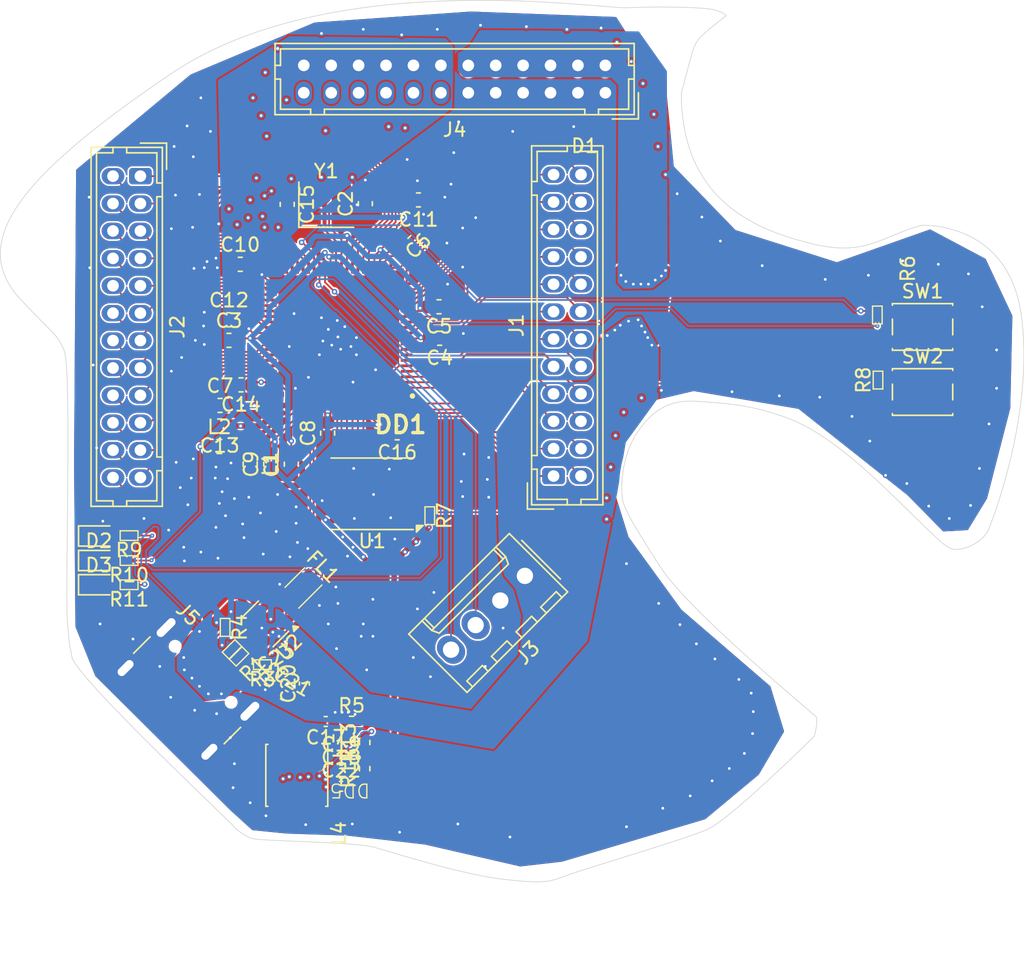
<source format=kicad_pcb>
(kicad_pcb (version 20241229) (generator "pcbnew") (generator_version "9.0")
  (layers (0 "F.Cu" signal) (2 "B.Cu" signal) (13 "F.Paste" user) (15 "B.Paste" user) (5 "F.SilkS" user "F.Silkscreen") (7 "B.SilkS" user "B.Silkscreen") (1 "F.Mask" user) (3 "B.Mask" user) (25 "Edge.Cuts" user))
  (net 0 "")
  (net 1 "Earth")
  (net 2 "Net-(DD1-XIN)")
  (net 3 "+3V3")
  (net 4 "Net-(DD1-ADC_AVDD)")
  (net 5 "Net-(DD1-XOUT)")
  (net 6 "VCC-5V")
  (net 7 "IO29")
  (net 8 "IO3")
  (net 9 "SWDIO")
  (net 10 "IO20")
  (net 11 "IO24")
  (net 12 "IO40")
  (net 13 "QSPI_SD2")
  (net 14 "IO19")
  (net 15 "IO1")
  (net 16 "IO11")
  (net 17 "IO39")
  (net 18 "IO22")
  (net 19 "IO23")
  (net 20 "IO17")
  (net 21 "IO34")
  (net 22 "IO15")
  (net 23 "IO18")
  (net 24 "IO43")
  (net 25 "IO27")
  (net 26 "IO33")
  (net 27 "IO45")
  (net 28 "IO36")
  (net 29 "QSPI_SD1")
  (net 30 "QSPI_CLK")
  (net 31 "IO28")
  (net 32 "RUN")
  (net 33 "IO9")
  (net 34 "IO7")
  (net 35 "IO21")
  (net 36 "IO37")
  (net 37 "QSPI_SD0")
  (net 38 "IO31")
  (net 39 "IO25")
  (net 40 "QSPI_SS")
  (net 41 "IO38")
  (net 42 "IO8")
  (net 43 "IO30")
  (net 44 "IO16")
  (net 45 "IO41")
  (net 46 "IO10")
  (net 47 "IO44")
  (net 48 "IO6")
  (net 49 "IO26")
  (net 50 "IO42")
  (net 51 "IO12")
  (net 52 "SWCLK")
  (net 53 "IO46")
  (net 54 "IO4")
  (net 55 "IO47")
  (net 56 "IO32")
  (net 57 "IO2")
  (net 58 "IO13")
  (net 59 "IO35")
  (net 60 "IO5")
  (net 61 "IO14")
  (net 62 "QSPI_SD3")
  (net 63 "IO0")
  (net 64 "Net-(DD5-LX)")
  (net 65 "Net-(DD5-FB)")
  (net 66 "Net-(DD5-EN)")
  (net 68 "Net-(R8-Pad2)")
  (net 69 "Net-(D1-A)")
  (net 70 "Net-(D2-A)")
  (net 71 "Net-(D3-A)")
  (net 72 "Net-(DD1-DVDD_1)")
  (net 73 "Net-(J5-CC2)")
  (net 74 "Net-(J5-CC1)")
  (net 75 "USB_mcu+")
  (net 76 "USB_mcu-")
  (net 77 "USB_filter-")
  (net 78 "USB_filter+")
  (net 79 "USB_con-")
  (net 80 "USB_con+")
  (net 81 "USB_res+")
  (net 82 "USB_res-")
  (net 83 "Net-(DD1-VREG_LX)")
  (footprint "Capacitor_SMD:C_0603_1608Metric" (layer "F.Cu") (at 123.925 93.55 180)
    (property "Reference" "C16")
    (property "Value" "100nF")
  )
  (footprint "RP2350B:QFN40P1000X1000X90-81N-D" (layer "F.Cu") (at 119.66 86.46 180)
    (property "Reference" "DD1")
    (property "Value" "RP2350B" (hide yes))
  )
  (footprint "Connector_Hirose:Hirose_DF11-24DP-2DSA_2x12_P2.00mm_Vertical" (layer "F.Cu") (at 135.33 96.705 90)
    (property "Reference" "J1")
    (property "Value" "Conn_02x12_Odd_Even")
  )
  (footprint "PCM_Resistor_SMD_AKL:R_01005_0402Metric" (layer "F.Cu") (at 114.09 110.47 180)
    (property "Reference" "R3")
    (property "Value" "5.1K" (hide yes))
  )
  (footprint "Capacitor_SMD:C_0402_1005Metric" (layer "F.Cu") (at 115.684308 112.71 -30)
    (property "Reference" "C21")
    (property "Value" "100nF")
  )
  (footprint "Capacitor_SMD:C_0603_1608Metric" (layer "F.Cu") (at 112.525 90.05 180)
    (property "Reference" "C14")
    (property "Value" "100nF")
  )
  (footprint "Capacitor_SMD:C_0603_1608Metric" (layer "F.Cu") (at 111.65 86.8)
    (property "Reference" "C3")
    (property "Value" "10pF")
  )
  (footprint "LED_SMD:LED_0603_1608Metric" (layer "F.Cu") (at 102.1625 104.64)
    (property "Reference" "D3")
    (property "Value" "LED")
  )
  (footprint "SY8843QWC:SY8843QWC" (layer "F.Cu") (at 120.12005 118.76995 180)
    (property "Reference" "DD5")
    (property "Value" "~" (hide yes))
  )
  (footprint "Resistor_SMD:R_0402_1005Metric" (layer "F.Cu") (at 121.55 118.06 90)
    (property "Reference" "R14")
    (property "Value" "9.1K")
  )
  (footprint "Button_Switch_SMD:SW_SPST_PTS810" (layer "F.Cu") (at 162.25 90.57)
    (property "Reference" "SW2")
    (property "Value" "SW_Push")
  )
  (footprint "PCM_Resistor_SMD_AKL:R_01005_0402Metric" (layer "F.Cu") (at 159 89.7 90)
    (property "Reference" "R8")
    (property "Value" "2K" (hide yes))
  )
  (footprint "Crystal:Crystal_SMD_3225-4Pin_3.2x2.5mm" (layer "F.Cu") (at 118.75 76.9)
    (property "Reference" "Y1")
    (property "Value" "X322512MSB4SI")
  )
  (footprint "Connector_Hirose:Hirose_DF11-24DP-2DSA_2x12_P2.00mm_Vertical" (layer "F.Cu") (at 105.19 74.815 -90)
    (property "Reference" "J2")
    (property "Value" "Conn_02x12_Odd_Even")
  )
  (footprint "Inductor_SMD:L_0603_1608Metric" (layer "F.Cu") (at 110.95 94.55)
    (property "Reference" "L2")
    (property "Value" "VHF160808H33NJT")
  )
  (footprint "Capacitor_SMD:C_0603_1608Metric" (layer "F.Cu") (at 118.85 93.575 90)
    (property "Reference" "C8")
    (property "Value" "10uF")
  )
  (footprint "Resistor_SMD:R_0402_1005Metric" (layer "F.Cu") (at 121.55 116.15 90)
    (property "Reference" "R13")
    (property "Value" "41К")
  )
  (footprint "Capacitor_SMD:C_0603_1608Metric" (layer "F.Cu") (at 111.65 85.3)
    (property "Reference" "C12")
    (property "Value" "100nF")
  )
  (footprint "Capacitor_SMD:C_0603_1608Metric" (layer "F.Cu") (at 121.6 76.825 90)
    (property "Reference" "C2")
    (property "Value" "20pF")
  )
  (footprint "Capacitor_SMD:C_0603_1608Metric" (layer "F.Cu") (at 126.975 84.35 180)
    (property "Reference" "C5")
    (property "Value" "100nF")
  )
  (footprint "Capacitor_SMD:C_0402_1005Metric" (layer "F.Cu") (at 115.65 111 30)
    (property "Reference" "C23")
    (property "Value" "22uF")
  )
  (footprint "Capacitor_SMD:C_0603_1608Metric" (layer "F.Cu") (at 110.975 93.05 180)
    (property "Reference" "C13")
    (property "Value" "10uF")
  )
  (footprint "Capacitor_SMD:C_0603_1608Metric" (layer "F.Cu") (at 114.699998 95.837501 90)
    (property "Reference" "C9")
    (property "Value" "10uF")
  )
  (footprint "Connector_Molex:Molex_KK-254_AE-6410-04A_1x04_P2.54mm_Vertical" (layer "F.Cu") (at 133.239935 103.991781 -135)
    (property "Reference" "J3")
    (property "Value" "Conn_01x04")
  )
  (footprint "Capacitor_SMD:C_0603_1608Metric" (layer "F.Cu") (at 112.475 81.25)
    (property "Reference" "C10")
    (property "Value" "100nF")
  )
  (footprint "PCM_Resistor_SMD_AKL:R_01005_0402Metric" (layer "F.Cu") (at 111.87 109.35 -135)
    (property "Reference" "R2")
    (property "Value" "18R" (hide yes))
  )
  (footprint "PCM_Resistor_SMD_AKL:R_01005_0402Metric" (layer "F.Cu") (at 112.39 109.87 -135)
    (property "Reference" "R1")
    (property "Value" "18R" (hide yes))
  )
  (footprint "Capacitor_SMD:C_0402_1005Metric" (layer "F.Cu") (at 118.71 114.62 180)
    (property "Reference" "C17")
    (property "Value" "22uF")
  )
  (footprint "Capacitor_SMD:C_0402_1005Metric" (layer "F.Cu") (at 117.15 111.85 90)
    (property "Reference" "C20")
    (property "Value" "100nF")
  )
  (footprint "Inductor_SMD:L_0603_1608Metric" (layer "F.Cu") (at 113.200001 95.837501 -90)
    (property "Reference" "L1")
    (property "Value" "FHW0603UF3R3JST")
  )
  (footprint "PCM_Resistor_SMD_AKL:R_01005_0402Metric" (layer "F.Cu") (at 158.95 84.95 -90)
    (property "Reference" "R6")
    (property "Value" "100K" (hide yes))
  )
  (footprint "Inductor_SMD:L_CommonModeChoke_Coilcraft_0805USB" (layer "F.Cu") (at 117.082843 104.747151 135)
    (property "Reference" "FL1")
    (property "Value" "DLW21SZ900HQ2L")
  )
  (footprint "Capacitor_SMD:C_0603_1608Metric" (layer "F.Cu") (at 127.025 86.65 180)
    (property "Reference" "C4")
    (property "Value" "100nF")
  )
  (footprint "Capacitor_SMD:C_0603_1608Metric" (layer "F.Cu") (at 125.475 76.55 180)
    (property "Reference" "C11")
    (property "Value" "10pF")
  )
  (footprint "Capacitor_SMD:C_0603_1608Metric" (layer "F.Cu") (at 124.45 78.9 -135)
    (property "Reference" "C6")
    (property "Value" "10pF")
  )
  (footprint "Capacitor_SMD:C_0402_1005Metric" (layer "F.Cu") (at 119.83 117.45)
    (property "Reference" "C19")
    (property "Value" "100nF")
  )
  (footprint "Resistor_SMD:R_0402_1005Metric" (layer "F.Cu") (at 120.6 114.62)
    (property "Reference" "R5")
    (property "Value" "10K")
  )
  (footprint "Capacitor_SMD:C_0402_1005Metric" (layer "F.Cu") (at 119.83 119.35)
    (property "Reference" "C22")
    (property "Value" "22uF")
  )
  (footprint "PCM_Resistor_SMD_AKL:R_01005_0402Metric" (layer "F.Cu") (at 104.365 101.05 180)
    (property "Reference" "R9")
    (property "Value" "400R" (hide yes))
  )
  (footprint "Package_TO_SOT_SMD:SOT-23-6" (layer "F.Cu") (at 114.334334 107.495666 -135)
    (property "Reference" "U2")
    (property "Value" "USBLC6-2SC6")
  )
  (footprint "PCM_Resistor_SMD_AKL:R_01005_0402Metric" (layer "F.Cu") (at 104.365 102.87 180)
    (property "Reference" "R10")
    (property "Value" "400R" (hide yes))
  )
  (footprint "Capacitor_SMD:C_0603_1608Metric" (layer "F.Cu") (at 116.199998 95.837501 90)
    (property "Reference" "C1")
    (property "Value" "10uF")
  )
  (footprint "Inductor_SMD:L_Cenker_CKCS4020" (layer "F.Cu") (at 116.6 118.55 -90)
    (property "Reference" "L4")
    (property "Value" "0.68uH")
  )
  (footprint "LED_SMD:LED_0603_1608Metric" (layer "F.Cu") (at 102.1625 101.08)
    (property "Reference" "D1")
    (property "Value" "LED")
  )
  (footprint "PCM_Resistor_SMD_AKL:R_01005_0402Metric" (layer "F.Cu") (at 104.365 104.64 180)
    (property "Reference" "R11")
    (property "Value" "400R" (hide yes))
  )
  (footprint "Capacitor_SMD:C_0402_1005Metric" (layer "F.Cu") (at 119.83 118.4)
    (property "Reference" "C18")
    (property "Value" "22uF")
  )
  (footprint "Package_SON:WSON-8-1EP_6x5mm_P1.27mm_EP3.4x4.3mm" (layer "F.Cu") (at 122.1 98 180)
    (property "Reference" "U1")
    (property "Value" "W25Q128JVP")
  )
  (footprint "Connector_USB:USB_C_Receptacle_GCT_USB4105-xx-A_16P_TopMnt_Horizontal" (layer "F.Cu") (at 107.924939 113.015061 -45)
    (property "Reference" "J5")
    (property "Value" "USB_C_Receptacle_USB2.0_14P")
  )
  (footprint "PCM_Resistor_SMD_AKL:R_01005_0402Metric" (layer "F.Cu") (at 111.37 107.75 -90)
    (property "Reference" "R4")
    (property "Value" "5.1K" (hide yes))
  )
  (footprint "LED_SMD:LED_0603_1608Metric" (layer "F.Cu") (at 102.1625 102.87)
    (property "Reference" "D2")
    (property "Value" "LED")
  )
  (footprint "PCM_Resistor_SMD_AKL:R_01005_0402Metric" (layer "F.Cu") (at 126.3 99.6 -90)
    (property "Reference" "R7")
    (property "Value" "100K" (hide yes))
  )
  (footprint "Connector_Hirose:Hirose_DF11-24DP-2DSA_2x12_P2.00mm_Vertical" (layer "F.Cu") (at 139.11 68.73 180)
    (property "Reference" "J4")
    (property "Value" "Conn_02x12_Odd_Even")
  )
  (footprint "Button_Switch_SMD:SW_SPST_PTS810" (layer "F.Cu") (at 162.25 85.82)
    (property "Reference" "SW1")
    (property "Value" "SW_Push")
  )
  (footprint "Capacitor_SMD:C_0603_1608Metric" (layer "F.Cu") (at 115.9 76.875 -90)
    (property "Reference" "C15")
    (property "Value" "20pF")
  )
  (footprint "Capacitor_SMD:C_0603_1608Metric" (layer "F.Cu") (at 111 91.55)
    (property "Reference" "C7")
    (property "Value" "100nF")
  )
  (gr_curve (pts (xy 145.75 91.25) (xy 147.85 91.4) (xy 149.625 91.45) (xy 152.4 92.475)) (stroke (width 0.05)) (layer "Edge.Cuts"))
  (gr_curve (pts (xy 131.775 126.15) (xy 134.8 126.475) (xy 134.925 126.35) (xy 136.45 125.8)) (stroke (width 0.05)) (layer "Edge.Cuts"))
  (gr_curve (pts (xy 141.4 93.575) (xy 142.45 92.025) (xy 143.65 91.1) (xy 145.75 91.25)) (stroke (width 0.05)) (layer "Edge.Cuts"))
  (gr_curve (pts (xy 144.65 68.75) (xy 145.475 65.7) (xy 145.475 65.5) (xy 145.8 64.975)) (stroke (width 0.05)) (layer "Edge.Cuts"))
  (gr_curve (pts (xy 162.2 78.4) (xy 159.325 79.15) (xy 158.15 80.7) (xy 154.3 79.775)) (stroke (width 0.05)) (layer "Edge.Cuts"))
  (gr_curve (pts (xy 160.725 98.75) (xy 163.425 101.4) (xy 163.825 101.825) (xy 164.425 102.025)) (stroke (width 0.05)) (layer "Edge.Cuts"))
  (gr_curve (pts (xy 96.275 83.625) (xy 98.9 86.45) (xy 99.05 86.225) (xy 99.625 87.525)) (stroke (width 0.05)) (layer "Edge.Cuts"))
  (gr_curve (pts (xy 152.4 92.475) (xy 155.175 93.5) (xy 158.025 96.1) (xy 160.725 98.75)) (stroke (width 0.05)) (layer "Edge.Cuts"))
  (gr_curve (pts (xy 107.45 67.325) (xy 95.825 75.175) (xy 92.925 79.725) (xy 96.275 83.625)) (stroke (width 0.05)) (layer "Edge.Cuts"))
  (gr_curve (pts (xy 154.3 79.775) (xy 150.45 78.85) (xy 144.65 76.825) (xy 144.65 68.75)) (stroke (width 0.05)) (layer "Edge.Cuts"))
  (gr_curve (pts (xy 122.25 123.8) (xy 123.75 124.225) (xy 128.75 125.825) (xy 131.775 126.15)) (stroke (width 0.05)) (layer "Edge.Cuts"))
  (gr_curve (pts (xy 136.45 125.8) (xy 137.975 125.25) (xy 144.975 123.2) (xy 146.6 122.475)) (stroke (width 0.05)) (layer "Edge.Cuts"))
  (gr_curve (pts (xy 99.625 87.525) (xy 100.2 88.825) (xy 99.675 105.225) (xy 99.875 107.475)) (stroke (width 0.05)) (layer "Edge.Cuts"))
  (gr_curve (pts (xy 146.625 62.6) (xy 145.625 62.475) (xy 142.725 62.425) (xy 140.725 62.525)) (stroke (width 0.05)) (layer "Edge.Cuts"))
  (gr_curve (pts (xy 140.55 99) (xy 140.025 97.925) (xy 140.35 95.125) (xy 141.4 93.575)) (stroke (width 0.05)) (layer "Edge.Cuts"))
  (gr_curve (pts (xy 167.075 100.575) (xy 167.525 99.5) (xy 170.4 91.825) (xy 169.45 84.95)) (stroke (width 0.05)) (layer "Edge.Cuts"))
  (gr_curve (pts (xy 169.45 84.95) (xy 168.5 78.075) (xy 162.2 78.4) (xy 162.2 78.4)) (stroke (width 0.05)) (layer "Edge.Cuts"))
  (gr_curve (pts (xy 146.6 122.475) (xy 148.225 121.75) (xy 154.35 115.7) (xy 154.35 115.7)) (stroke (width 0.05)) (layer "Edge.Cuts"))
  (gr_curve (pts (xy 112.05 122.325) (xy 112.15 122.525) (xy 112.75 122.875) (xy 113.2 123.125)) (stroke (width 0.05)) (layer "Edge.Cuts"))
  (gr_curve (pts (xy 100.2 109.925) (xy 100.45 111.35) (xy 111.95 122.125) (xy 112.05 122.325)) (stroke (width 0.05)) (layer "Edge.Cuts"))
  (gr_curve (pts (xy 113.2 123.125) (xy 113.65 123.375) (xy 120.75 123.375) (xy 122.25 123.8)) (stroke (width 0.05)) (layer "Edge.Cuts"))
  (gr_curve (pts (xy 99.875 107.475) (xy 100.075 109.725) (xy 99.95 108.5) (xy 100.2 109.925)) (stroke (width 0.05)) (layer "Edge.Cuts"))
  (gr_curve (pts (xy 145.8 64.975) (xy 146.125 64.45) (xy 147.925 63.1) (xy 147.925 63.1)) (stroke (width 0.05)) (layer "Edge.Cuts"))
  (gr_curve (pts (xy 154.525 114.325) (xy 154.525 114.225) (xy 145.2 106.625) (xy 143.075 103.275)) (stroke (width 0.05)) (layer "Edge.Cuts"))
  (gr_curve (pts (xy 143.075 103.275) (xy 140.95 99.925) (xy 141.075 100.075) (xy 140.55 99)) (stroke (width 0.05)) (layer "Edge.Cuts"))
  (gr_curve (pts (xy 164.425 102.025) (xy 165.025 102.225) (xy 166.625 101.65) (xy 167.075 100.575)) (stroke (width 0.05)) (layer "Edge.Cuts"))
  (gr_curve (pts (xy 147.925 63.1) (xy 147.925 63.1) (xy 147.625 62.725) (xy 146.625 62.6)) (stroke (width 0.05)) (layer "Edge.Cuts"))
  (gr_curve (pts (xy 140.725 62.525) (xy 138.725 62.625) (xy 119.075 59.475) (xy 107.45 67.325)) (stroke (width 0.05)) (layer "Edge.Cuts"))
  (gr_curve (pts (xy 154.35 115.7) (xy 154.6 114.775) (xy 154.525 114.425) (xy 154.525 114.325)) (stroke (width 0.05)) (layer "Edge.Cuts"))
  (segment (start 116.26 91.41) (end 116.26 90.54) (width 0.127) (layer "F.Cu") (net 1))
  (segment (start 116.26 90.54) (end 116.5 90.3) (width 0.127) (layer "F.Cu") (net 1))
  (via (at 114.4 71.9) (size 0.4) (drill 0.2) (layers "F.Cu" "B.Cu") (net 1))
  (via (at 116.05 87.25) (size 0.4) (drill 0.2) (layers "F.Cu" "B.Cu") (net 1))
  (via (at 120.8 99.8) (size 0.4) (drill 0.2) (layers "F.Cu" "B.Cu") (net 1))
  (via (at 130.6 98.25) (size 0.4) (drill 0.2) (layers "F.Cu" "B.Cu") (net 1))
  (via (at 121.7 110.85) (size 0.4) (drill 0.2) (layers "F.Cu" "B.Cu") (net 1))
  (via (at 128.4 70.85) (size 0.4) (drill 0.2) (layers "F.Cu" "B.Cu") (net 1))
  (via (at 124.5 71.3) (size 0.4) (drill 0.2) (layers "F.Cu" "B.Cu") (net 1))
  (via (at 128.7 81.45) (size 0.4) (drill 0.2) (layers "F.Cu" "B.Cu") (net 1))
  (via (at 115.2 98.05) (size 0.4) (drill 0.2) (layers "F.Cu" "B.Cu") (net 1))
  (via (at 111.15 109.05) (size 0.4) (drill 0.2) (layers "F.Cu" "B.Cu") (net 1))
  (via (at 158.3 82.05) (size 0.4) (drill 0.2) (layers "F.Cu" "B.Cu") (net 1))
  (via (at 121.6 75.1) (size 0.4) (drill 0.2) (layers "F.Cu" "B.Cu") (net 1))
  (via (at 115.35 104.6) (size 0.4) (drill 0.2) (layers "F.Cu" "B.Cu") (net 1))
  (via (at 105.45 99.8) (size 0.4) (drill 0.2) (layers "F.Cu" "B.Cu") (net 1))
  (via (at 110.75 107.4) (size 0.4) (drill 0.2) (layers "F.Cu" "B.Cu") (net 1))
  (via (at 114.75 75.9) (size 0.4) (drill 0.2) (layers "F.Cu" "B.Cu") (net 1))
  (via (at 114.7 107.15) (size 0.4) (drill 0.2) (layers "F.Cu" "B.Cu") (net 1))
  (via (at 125.1 109.95) (size 0.4) (drill 0.2) (layers "F.Cu" "B.Cu") (net 1))
  (via (at 130.6 95.35) (size 0.4) (drill 0.2) (layers "F.Cu" "B.Cu") (net 1))
  (via (at 118.4 64.4) (size 0.4) (drill 0.2) (layers "F.Cu" "B.Cu") (net 1))
  (via (at 139.2 99.85) (size 0.4) (drill 0.2) (layers "F.Cu" "B.Cu") (net 1))
  (via (at 109.85 87.1) (size 0.4) (drill 0.2) (layers "F.Cu" "B.Cu") (net 1))
  (via (at 143.5 74.7) (size 0.4) (drill 0.2) (layers "F.Cu" "B.Cu") (net 1))
  (via (at 115.2 65.5) (size 0.4) (drill 0.2) (layers "F.Cu" "B.Cu") (net 1))
  (via (at 116.5 90.3) (size 0.4) (drill 0.2) (layers "F.Cu" "B.Cu") (net 1))
  (via (at 128.35 122.1) (size 0.4) (drill 0.2) (layers "F.Cu" "B.Cu") (net 1))
  (via (at 118.5 86.85) (size 0.4) (drill 0.2) (layers "F.Cu" "B.Cu") (net 1))
  (via (at 167.1 92.9) (size 0.4) (drill 0.2) (layers "F.Cu" "B.Cu") (net 1))
  (via (at 122.35 88.95) (size 0.4) (drill 0.2) (layers "F.Cu" "B.Cu") (net 1))
  (via (at 165.6 81.95) (size 0.4) (drill 0.2) (layers "F.Cu" "B.Cu") (net 1))
  (via (at 143 106) (size 0.4) (drill 0.2) (layers "F.Cu" "B.Cu") (net 1))
  (via (at 120.65 122.1) (size 0.4) (drill 0.2) (layers "F.Cu" "B.Cu") (net 1))
  (via (at 136.3 64.1) (size 0.4) (drill 0.2) (layers "F.Cu" "B.Cu") (net 1))
  (via (at 148.15 118.05) (size 0.4) (drill 0.2) (layers "F.Cu" "B.Cu") (net 1))
  (via (at 106.6 110.6) (size 0.4) (drill 0.2) (layers "F.Cu" "B.Cu") (net 1))
  (via (at 140.65 122.3) (size 0.4) (drill 0.2) (layers "F.Cu" "B.Cu") (net 1))
  (via (at 132.15 123.05) (size 0.4) (drill 0.2) (layers "F.Cu" "B.Cu") (net 1))
  (via (at 110.3 71.55) (size 0.4) (drill 0.2) (layers "F.Cu" "B.Cu") (net 1))
  (via (at 127.55 79.7) (size 0.4) (drill 0.2) (layers "F.Cu" "B.Cu") (net 1))
  (via (at 120.1 85.8) (size 0.4) (drill 0.2) (layers "F.Cu" "B.Cu") (net 1))
  (via (at 121.3 108.4) (size 0.4) (drill 0.2) (layers "F.Cu" "B.Cu") (net 1))
  (via (at 128.7 98.2) (size 0.4) (drill 0.2) (layers "F.Cu" "B.Cu") (net 1))
  (via (at 118.25 87.85) (size 0.4) (drill 0.2) (layers "F.Cu" "B.Cu") (net 1))
  (via (at 125.85 77.6) (size 0.4) (drill 0.2) (layers "F.Cu" "B.Cu") (net 1))
  (via (at 114.15 102.4) (size 0.4) (drill 0.2) (layers "F.Cu" "B.Cu") (net 1))
  (via (at 145.3 120.05) (size 0.4) (drill 0.2) (layers "F.Cu" "B.Cu") (net 1))
  (via (at 114.3 67.25) (size 0.4) (drill 0.2) (layers "F.Cu" "B.Cu") (net 1))
  (via (at 139.2 98.3) (size 0.4) (drill 0.2) (layers "F.Cu" "B.Cu") (net 1))
  (via (at 130.35 110.6) (size 0.4) (drill 0.2) (layers "F.Cu" "B.Cu") (net 1))
  (via (at 128.75 86.3) (size 0.4) (drill 0.2) (layers "F.Cu" "B.Cu") (net 1))
  (via (at 123.35 96.2) (size 0.4) (drill 0.2) (layers "F.Cu" "B.Cu") (net 1))
  (via (at 120.75 96.15) (size 0.4) (drill 0.2) (layers "F.Cu" "B.Cu") (net 1))
  (via (at 146.9 118.95) (size 0.4) (drill 0.2) (layers "F.Cu" "B.Cu") (net 1))
  (via (at 119.8 87.45) (size 0.4) (drill 0.2) (layers "F.Cu" "B.Cu") (net 1))
  (via (at 111.8 106.6) (size 0.4) (drill 0.2) (layers "F.Cu" "B.Cu") (net 1))
  (via (at 149.85 115.5) (size 0.4) (drill 0.2) (layers "F.Cu" "B.Cu") (net 1))
  (via (at 117.4 102) (size 0.4) (drill 0.2) (layers "F.Cu" "B.Cu") (net 1))
  (via (at 111.15 97.85) (size 0.4) (drill 0.2) (layers "F.Cu" "B.Cu") (net 1))
  (via (at 157.1 92.35) (size 0.4) (drill 0.2) (layers "F.Cu" "B.Cu") (net 1))
  (via (at 109.15 113.8) (size 0.4) (drill 0.2) (layers "F.Cu" "B.Cu") (net 1))
  (via (at 154.75 90.95) (size 0.4) (drill 0.2) (layers "F.Cu" "B.Cu") (net 1))
  (via (at 118.45 98.5) (size 0.4) (drill 0.2) (layers "F.Cu" "B.Cu") (net 1))
  (via (at 111.95 119.45) (size 0.4) (drill 0.2) (layers "F.Cu" "B.Cu") (net 1))
  (via (at 114.1 77.75) (size 0.4) (drill 0.2) (layers "F.Cu" "B.Cu") (net 1))
  (via (at 113.05 77.85) (size 0.4) (drill 0.2) (layers "F.Cu" "B.Cu") (net 1))
  (via (at 125.4 106.4) (size 0.4) (drill 0.2) (layers "F.Cu" "B.Cu") (net 1))
  (via (at 114.25 76.25) (size 0.4) (drill 0.2) (layers "F.Cu" "B.Cu") (net 1))
  (via (at 114.35 121.5) (size 0.4) (drill 0.2) (layers "F.Cu" "B.Cu") (net 1))
  (via (at 164.2 99.8) (size 0.4) (drill 0.2) (layers "F.Cu" "B.Cu") (net 1))
  (via (at 110.75 114.05) (size 0.4) (drill 0.2) (layers "F.Cu" "B.Cu") (net 1))
  (via (at 167.65 90.3) (size 0.4) (drill 0.2) (layers "F.Cu" "B.Cu") (net 1))
  (via (at 110.7 100.45) (size 0.4) (drill 0.2) (layers "F.Cu" "B.Cu") (net 1))
  (via (at 142.95 72.65) (size 0.4) (drill 0.2) (layers "F.Cu" "B.Cu") (net 1))
  (via (at 108.6 71.15) (size 0.4) (drill 0.2) (layers "F.Cu" "B.Cu") (net 1))
  (via (at 113.2 76.55) (size 0.4) (drill 0.2) (layers "F.Cu" "B.Cu") (net 1))
  (via (at 144.55 107.55) (size 0.4) (drill 0.2) (layers "F.Cu" "B.Cu") (net 1))
  (via (at 119.5 109.3) (size 0.4) (drill 0.2) (layers "F.Cu" "B.Cu") (net 1))
  (via (at 113.65 74.95) (size 0.4) (drill 0.2) (layers "F.Cu" "B.Cu") (net 1))
  (via (at 121.45 107.5) (size 0.4) (drill 0.2) (layers "F.Cu" "B.Cu") (net 1))
  (via (at 119.6 106) (size 0.4) (drill 0.2) (layers "F.Cu" "B.Cu") (net 1))
  (via (at 128.7 78.6) (size 0.4) (drill 0.2) (layers "F.Cu" "B.Cu") (net 1))
  (via (at 116.5 109.1) (size 0.4) (drill 0.2) (layers "F.Cu" "B.Cu") (net 1))
  (via (at 109.6 102.25) (size 0.4) (drill 0.2) (layers "F.Cu" "B.Cu") (net 1))
  (via (at 115.1 100.75) (size 0.4) (drill 0.2) (layers "F.Cu" "B.Cu") (net 1))
  (via (at 120.3 102.55) (size 0.4) (drill 0.2) (layers "F.Cu" "B.Cu") (net 1))
  (via (at 138.8 64) (size 0.4) (drill 0.2) (layers "F.Cu" "B.Cu") (net 1))
  (via (at 139.85 93.75) (size 0.4) (drill 0.2) (layers "F.Cu" "B.Cu") (net 1))
  (via (at 110.7 96.05) (size 0.4) (drill 0.2) (layers "F.Cu" "B.Cu") (net 1))
  (via (at 107.25 100.65) (size 0.4) (drill 0.2) (layers "F.Cu" "B.Cu") (net 1))
  (via (at 123.3 71.2) (size 0.4) (drill 0.2) (layers "F.Cu" "B.Cu") (net 1))
  (via (at 126.85 64.1) (size 0.4) (drill 0.2) (layers "F.Cu" "B.Cu") (net 1))
  (via (at 142.65 70.3) (size 0.4) (drill 0.2) (layers "F.Cu" "B.Cu") (net 1))
  (via (at 108.9 96.85) (size 0.4) (drill 0.2) (layers "F.Cu" "B.Cu") (net 1))
  (via (at 119.55 85.35) (size 0.4) (drill 0.2) (layers "F.Cu" "B.Cu") (net 1))
  (via (at 115.2 65.5) (size 0.4) (drill 0.2) (layers "F.Cu" "B.Cu") (net 1))
  (via (at 102.45 100) (size 0.4) (drill 0.2) (layers "F.Cu" "B.Cu") (net 1))
  (via (at 102.25 107.5) (size 0.4) (drill 0.2) (layers "F.Cu" "B.Cu") (net 1))
  (via (at 147.1 110.05) (size 0.4) (drill 0.2) (layers "F.Cu" "B.Cu") (net 1))
  (via (at 109.05 95.45) (size 0.4) (drill 0.2) (layers "F.Cu" "B.Cu") (net 1))
  (via (at 107.8 95.7) (size 0.4) (drill 0.2) (layers "F.Cu" "B.Cu") (net 1))
  (via (at 122.15 105.7) (size 0.4) (drill 0.2) (layers "F.Cu" "B.Cu") (net 1))
  (via (at 101.75 88.6) (size 0.4) (drill 0.2) (layers "F.Cu" "B.Cu") (net 1))
  (via (at 107.45 78.65) (size 0.4) (drill 0.2) (layers "F.Cu" "B.Cu") (net 1))
  (via (at 127.6 82.7) (size 0.4) (drill 0.2) (layers "F.Cu" "B.Cu") (net 1))
  (via (at 110.85 102.7) (size 0.4) (drill 0.2) (layers "F.Cu" "B.Cu") (net 1))
  (via (at 126.35 111.35) (size 0.4) (drill 0.2) (layers "F.Cu" "B.Cu") (net 1))
  (via (at 155.15 82.35) (size 0.4) (drill 0.2) (layers "F.Cu" "B.Cu") (net 1))
  (via (at 116.55 100.15) (size 0.4) (drill 0.2) (layers "F.Cu" "B.Cu") (net 1))
  (via (at 114.85 108.1) (size 0.4) (drill 0.2) (layers "F.Cu" "B.Cu") (net 1))
  (via (at 110.9 78.3) (size 0.4) (drill 0.2) (layers "F.Cu" "B.Cu") (net 1))
  (via (at 109.5 76.15) (size 0.4) (drill 0.2) (layers "F.Cu" "B.Cu") (net 1))
  (via (at 127.85 75.4) (size 0.4) (drill 0.2) (layers "F.Cu" "B.Cu") (net 1))
  (via (at 136.8 71.2) (size 0.4) (drill 0.2) (layers "F.Cu" "B.Cu") (net 1))
  (via (at 123.75 101.3) (size 0.4) (drill 0.2) (layers "F.Cu" "B.Cu") (net 1))
  (via (at 120.95 86.6) (size 0.4) (drill 0.2) (layers "F.Cu" "B.Cu") (net 1))
  (via (at 108.35 101.9) (size 0.4) (drill 0.2) (layers "F.Cu" "B.Cu") (net 1))
  (via (at 139.95 65.05) (size 0.4) (drill 0.2) (layers "F.Cu" "B.Cu") (net 1))
  (via (at 107.65 72.65) (size 0.4) (drill 0.2) (layers "F.Cu" "B.Cu") (net 1))
  (via (at 128.8 95.1) (size 0.4) (drill 0.2) (layers "F.Cu" "B.Cu") (net 1))
  (via (at 117.25 122.15) (size 0.4) (drill 0.2) (layers "F.Cu" "B.Cu") (net 1))
  (via (at 113.95 99.4) (size 0.4) (drill 0.2) (layers "F.Cu" "B.Cu") (net 1))
  (via (at 109.8 85.75) (size 0.4) (drill 0.2) (layers "F.Cu" "B.Cu") (net 1))
  (via (at 120.7 89.85) (size 0.4) (drill 0.2) (layers "F.Cu" "B.Cu") (net 1))
  (via (at 109.85 84.75) (size 0.4) (drill 0.2) (layers "F.Cu" "B.Cu") (net 1))
  (via (at 114.8 109.6) (size 0.4) (drill 0.2) (layers "F.Cu" "B.Cu") (net 1))
  (via (at 160.8 81) (size 0.4) (drill 0.2) (layers "F.Cu" "B.Cu") (net 1))
  (via (at 133.35 63.9) (size 0.4) (drill 0.2) (layers "F.Cu" "B.Cu") (net 1))
  (via (at 109 78.55) (size 0.4) (drill 0.2) (layers "F.Cu" "B.Cu") (net 1))
  (via (at 122.1 101.4) (size 0.4) (drill 0.2) (layers "F.Cu" "B.Cu") (net 1))
  (via (at 112.25 78.35) (size 0.4) (drill 0.2) (layers "F.Cu" "B.Cu") (net 1))
  (via (at 131.65 107.8) (size 0.4) (drill 0.2) (layers "F.Cu" "B.Cu") (net 1))
  (via (at 149.9 113.9) (size 0.4) (drill 0.2) (layers "F.Cu" "B.Cu") (net 1))
  (via (at 109.2 86.8) (size 0.4) (drill 0.2) (layers "F.Cu" "B.Cu") (net 1))
  (via (at 163.4 81.25) (size 0.4) (drill 0.2) (layers "F.Cu" "B.Cu") (net 1))
  (via (at 161.1 97.25) (size 0.4) (drill 0.2) (layers "F.Cu" "B.Cu") (net 1))
  (via (at 119.15 87.15) (size 0.4) (drill 0.2) (layers "F.Cu" "B.Cu") (net 1))
  (via (at 110.8 81.5) (size 0.4) (drill 0.2) (layers "F.Cu" "B.Cu") (net 1))
  (via (at 165.75 98.85) (size 0.4) (drill 0.2) (layers "F.Cu" "B.Cu") (net 1))
  (via (at 150.55 81.35) (size 0.4) (drill 0.2) (layers "F.Cu" "B.Cu") (net 1))
  (via (at 146.15 77.8) (size 0.4) (drill 0.2) (layers "F.Cu" "B.Cu") (net 1))
  (via (at 122.2 98.05) (size 0.4) (drill 0.2) (layers "F.Cu" "B.Cu") (net 1))
  (via (at 139.5 96.05) (size 0.4) (drill 0.2) (layers "F.Cu" "B.Cu") (net 1))
  (via (at 111.4 99.6) (size 0.4) (drill 0.2) (layers "F.Cu" "B.Cu") (net 1))
  (via (at 127.4 76.35) (size 0.4) (drill 0.2) (layers "F.Cu" "B.Cu") (net 1))
  (via (at 108.1 97.55) (size 0.4) (drill 0.2) (layers "F.Cu" "B.Cu") (net 1))
  (via (at 116.2 75) (size 0.4) (drill 0.2) (layers "F.Cu" "B.Cu") (net 1))
  (via (at 143.3 120.95) (size 0.4) (drill 0.2) (layers "F.Cu" "B.Cu") (net 1))
  (via (at 118.25 106.15) (size 0.4) (drill 0.2) (layers "F.Cu" "B.Cu") (net 1))
  (via (at 158.4 94.15) (size 0.4) (drill 0.2) (layers "F.Cu" "B.Cu") (net 1))
  (via (at 120.95 87.85) (size 0.4) (drill 0.2) (layers "F.Cu" "B.Cu") (net 1))
  (via (at 112.05 117.7) (size 0.4) (drill 0.2) (layers "F.Cu" "B.Cu") (net 1))
  (via (at 115.75 108.8) (size 0.4) (drill 0.2) (layers "F.Cu" "B.Cu") (net 1))
  (via (at 116.4 84.85) (size 0.4) (drill 0.2) (layers "F.Cu" "B.Cu") (net 1))
  (via (at 113.4 69.1) (size 0.4) (drill 0.2) (layers "F.Cu" "B.Cu") (net 1))
  (via (at 128.05 73.1) (size 0.4) (drill 0.2) (layers "F.Cu" "B.Cu") (net 1))
  (via (at 167.65 87.5) (size 0.4) (drill 0.2) (layers "F.Cu" "B.Cu") (net 1))
  (via (at 140.65 103.1) (size 0.4) (drill 0.2) (layers "F.Cu" "B.Cu") (net 1))
  (via (at 108.2 88.05) (size 0.4) (drill 0.2) (layers "F.Cu" "B.Cu") (net 1))
  (via (at 149.75 112.55) (size 0.4) (drill 0.2) (layers "F.Cu" "B.Cu") (net 1))
  (via (at 102 94.65) (size 0.4) (drill 0.2) (layers "F.Cu" "B.Cu") (net 1))
  (via (at 101.45 76.35) (size 0.4) (drill 0.2) (layers "F.Cu" "B.Cu") (net 1))
  (via (at 114 70.4) (size 0.4) (drill 0.2) (layers "F.Cu" "B.Cu") (net 1))
  (via (at 124.1 122.7) (size 0.4) (drill 0.2) (layers "F.Cu" "B.Cu") (net 1))
  (via (at 114.25 78.55) (size 0.4) (drill 0.2) (layers "F.Cu" "B.Cu") (net 1))
  (via (at 128.6 97.1) (size 0.4) (drill 0.2) (layers "F.Cu" "B.Cu") (net 1))
  (via (at 148.85 111.55) (size 0.4) (drill 0.2) (layers "F.Cu" "B.Cu") (net 1))
  (via (at 118.4 74.9) (size 0.4) (drill 0.2) (layers "F.Cu" "B.Cu") (net 1))
  (via (at 124.65 73.6) (size 0.4) (drill 0.2) (layers "F.Cu" "B.Cu") (net 1))
  (via (at 140.45 92.05) (size 0.4) (drill 0.2) (layers "F.Cu" "B.Cu") (net 1))
  (via (at 141 66.45) (size 0.4) (drill 0.2) (layers "F.Cu" "B.Cu") (net 1))
  (via (at 116.1 102.6) (size 0.4) (drill 0.2) (layers "F.Cu" "B.Cu") (net 1))
  (via (at 118.4 85.15) (size 0.4) (drill 0.2) (layers "F.Cu" "B.Cu") (net 1))
  (via (at 116.65 101.55) (size 0.4) (drill 0.2) (layers "F.Cu" "B.Cu") (net 1))
  (via (at 118.7 71.5) (size 0.4) (drill 0.2) (layers "F.Cu" "B.Cu") (net 1))
  (via (at 119.45 104.8) (size 0.4) (drill 0.2) (layers "F.Cu" "B.Cu") (net 1))
  (via (at 111.8 95.75) (size 0.4) (drill 0.2) (layers "F.Cu" "B.Cu") (net 1))
  (via (at 115.85 69.25) (size 0.4) (drill 0.2) (layers "F.Cu" "B.Cu") (net 1))
  (via (at 113.1 98.25) (size 0.4) (drill 0.2) (layers "F.Cu" "B.Cu") (net 1))
  (via (at 119.6 86.55) (size 0.4) (drill 0.2) (layers "F.Cu" "B.Cu") (net 1))
  (via (at 162.7 98.9) (size 0.4) (drill 0.2) (layers "F.Cu" "B.Cu") (net 1))
  (via (at 121 76.9) (size 0.4) (drill 0.2) (layers "F.Cu" "B.Cu") (net 1))
  (via (at 116.55 98.95) (size 0.4) (drill 0.2) (layers "F.Cu" "B.Cu") (net 1))
  (via (at 122.15 108.4) (size 0.4) (drill 0.2) (layers "F.Cu" "B.Cu") (net 1))
  (via (at 145.75 108.95) (size 0.4) (drill 0.2) (layers "F.Cu" "B.Cu") (net 1))
  (via (at 113.2 120.55) (size 0.4) (drill 0.2) (layers "F.Cu" "B.Cu") (net 1))
  (via (at 123.45 99.75) (size 0.4) (drill 0.2) (layers "F.Cu" "B.Cu") (net 1))
  (via (at 111.65 77.2) (size 0.4) (drill 0.2) (layers "F.Cu" "B.Cu") (net 1))
  (via (at 125.4 75.15) (size 0.4) (drill 0.2) (layers "F.Cu" "B.Cu") (net 1))
  (via (at 107.75 76.2) (size 0.4) (drill 0.2) (layers "F.Cu" "B.Cu") (net 1))
  (via (at 117.45 89.5) (size 0.4) (drill 0.2) (layers "F.Cu" "B.Cu") (net 1))
  (via (at 110.95 98.7) (size 0.4) (drill 0.2) (layers "F.Cu" "B.Cu") (net 1))
  (via (at 110.65 96.85) (size 0.4) (drill 0.2) (layers "F.Cu" "B.Cu") (net 1))
  (via (at 107.45 89.05) (size 0.4) (drill 0.2) (layers "F.Cu" "B.Cu") (net 1))
  (via (at 115.25 78.55) (size 0.4) (drill 0.2) (layers "F.Cu" "B.Cu") (net 1))
  (via (at 108.4 102.9) (size 0.4) (drill 0.2) (layers "F.Cu" "B.Cu") (net 1))
  (via (at 121.45 64.1) (size 0.4) (drill 0.2) (layers "F.Cu" "B.Cu") (net 1))
  (via (at 166.4 96.15) (size 0.4) (drill 0.2) (layers "F.Cu" "B.Cu") (net 1))
  (via (at 120.55 87.25) (size 0.4) (drill 0.2) (layers "F.Cu" "B.Cu") (net 1))
  (via (at 112.05 98.35) (size 0.4) (drill 0.2) (layers "F.Cu" "B.Cu") (net 1))
  (via (at 112.75 101.2) (size 0.4) (drill 0.2) (layers "F.Cu" "B.Cu") (net 1))
  (via (at 110.05 81.05) (size 0.4) (drill 0.2) (layers "F.Cu" "B.Cu") (net 1))
  (via (at 107.4 112.85) (size 0.4) (drill 0.2) (layers "F.Cu" "B.Cu") (net 1))
  (via (at 111.55 96.9) (size 0.4) (drill 0.2) (layers "F.Cu" "B.Cu") (net 1))
  (via (at 148.35 90.55) (size 0.4) (drill 0.2) (layers "F.Cu" "B.Cu") (net 1))
  (via (at 118.9 107.5) (size 0.4) (drill 0.2) (layers "F.Cu" "B.Cu") (net 1))
  (via (at 147.5 79.55) (size 0.4) (drill 0.2) (layers "F.Cu" "B.Cu") (net 1))
  (via (at 109.6 69.1) (size 0.4) (drill 0.2) (layers "F.Cu" "B.Cu") (net 1))
  (via (at 118.9 86) (size 0.4) (drill 0.2) (layers "F.Cu" "B.Cu") (net 1))
  (via (at 109.05 73.4) (size 0.4) (drill 0.2) (layers "F.Cu" "B.Cu") (net 1))
  (via (at 104.65 108.6) (size 0.4) (drill 0.2) (layers "F.Cu" "B.Cu") (net 1))
  (via (at 129.65 77.85) (size 0.4) (drill 0.2) (layers "F.Cu" "B.Cu") (net 1))
  (via (at 132.35 71.55) (size 0.4) (drill 0.2) (layers "F.Cu" "B.Cu") (net 1))
  (via (at 109.85 81.5) (size 0.4) (drill 0.2) (layers "F.Cu" "B.Cu") (net 1))
  (via (at 141.85 68.05) (size 0.4) (drill 0.2) (layers "F.Cu" "B.Cu") (net 1))
  (via (at 120.65 74.9) (size 0.4) (drill 0.2) (layers "F.Cu" "B.Cu") (net 1))
  (via (at 108.65 98.8) (size 0.4) (drill 0.2) (layers "F.Cu" "B.Cu") (net 1))
  (via (at 130.5 96.95) (size 0.4) (drill 0.2) (layers "F.Cu" "B.Cu") (net 1))
  (via (at 101.5 81.5) (size 0.4) (drill 0.2) (layers "F.Cu" "B.Cu") (net 1))
  (via (at 130 63.8) (size 0.4) (drill 0.2) (layers "F.Cu" "B.Cu") (net 1))
  (via (at 115.3 108.4) (size 0.4) (drill 0.2) (layers "F.Cu" "B.Cu") (net 1))
  (via (at 110.7 80.8) (size 0.4) (drill 0.2) (layers "F.Cu" "B.Cu") (net 1))
  (via (at 159.55 96.65) (size 0.4) (drill 0.2) (layers "F.Cu" "B.Cu") (net 1))
  (via (at 111.75 115.8) (size 0.4) (drill 0.2) (layers "F.Cu" "B.Cu") (net 1))
  (via (at 149.25 116.95) (size 0.4) (drill 0.2) (layers "F.Cu" "B.Cu") (net 1))
  (via (at 112.65 100.2) (size 0.4) (drill 0.2) (layers "F.Cu" "B.Cu") (net 1))
  (via (at 124.25 64.5) (size 0.4) (drill 0.2) (layers "F.Cu" "B.Cu") (net 1))
  (via (at 141.75 91) (size 0.4) (drill 0.2) (layers "F.Cu" "B.Cu") (net 1))
  (via (at 111.8 108.5) (size 0.4) (drill 0.2) (layers "F.Cu" "B.Cu") (net 1))
  (via (at 126.6 105.2) (size 0.4) (drill 0.2) (layers "F.Cu" "B.Cu") (net 1))
  (via (at 109.1 81.55) (size 0.4) (drill 0.2) (layers "F.Cu" "B.Cu") (net 1))
  (via (at 143.2 90.45) (size 0.4) (drill 0.2) (layers "F.Cu" "B.Cu") (net 1))
  (via (at 151.8 90.85) (size 0.4) (drill 0.2) (layers "F.Cu" "B.Cu") (net 1))
  (via (at 144.35 76.1) (size 0.4) (drill 0.2) (layers "F.Cu" "B.Cu") (net 1))
  (via (at 166.6 84.35) (size 0.4) (drill 0.2) (layers "F.Cu" "B.Cu") (net 1))
  (segment (start 114.8 108.15) (end 114.85 108.1) (width 0.4) (layer "B.Cu") (net 1))
  (segment (start 111.15 109.05) (end 111.15 107.05) (width 0.4) (layer "B.Cu") (net 1))
  (segment (start 114.7 106.15) (end 115.25 105.6) (width 0.4) (layer "B.Cu") (net 1))
  (segment (start 111.8 108.5) (end 111.8 105.4) (width 0.4) (layer "B.Cu") (net 1))
  (segment (start 111 104.9) (end 110.75 104.9) (width 0.4) (layer "B.Cu") (net 1))
  (segment (start 110.75 106.45) (end 109.8 105.5) (width 0.4) (layer "B.Cu") (net 1))
  (segment (start 111.8 105.4) (end 111.15 104.75) (width 0.4) (layer "B.Cu") (net 1))
  (segment (start 111.15 104.75) (end 111 104.9) (width 0.4) (layer "B.Cu") (net 1))
  (segment (start 114.7 107.15) (end 114.7 106.15) (width 0.4) (layer "B.Cu") (net 1))
  (segment (start 110.75 107.4) (end 110.75 106.45) (width 0.4) (layer "B.Cu") (net 1))
  (segment (start 111.15 107.05) (end 110.75 106.65) (width 0.4) (layer "B.Cu") (net 1))
  (segment (start 114.8 109.6) (end 114.8 108.15) (width 0.4) (layer "B.Cu") (net 1))
  (segment (start 114.85 108.1) (end 115.5 108.1) (width 0.4) (layer "B.Cu") (net 1))
  (segment (start 115.5 108.1) (end 116.5 109.1) (width 0.4) (layer "B.Cu") (net 1))
  (segment (start 110.75 106.65) (end 110.75 107.4) (width 0.4) (layer "B.Cu") (net 1))
  (segment (start 121.6 76.05) (end 119.85 76.05) (width 0.127) (layer "F.Cu") (net 2))
  (segment (start 118.9585 76.9415) (end 119.85 76.05) (width 0.127) (layer "F.Cu") (net 2))
  (segment (start 118.9585 78.5415) (end 118.9585 76.9415) (width 0.127) (layer "F.Cu") (net 2))
  (segment (start 119.86 81.51) (end 119.86 79.443) (width 0.127) (layer "F.Cu") (net 2))
  (segment (start 119.86 79.443) (end 118.9585 78.5415) (width 0.127) (layer "F.Cu") (net 2))
  (segment (start 114.699998 95.062501) (end 114.699998 94.289378) (width 0.127) (layer "F.Cu") (net 3))
  (segment (start 118.66 92.61) (end 118.85 92.8) (width 0.127) (layer "F.Cu") (net 3))
  (segment (start 122.7 80.2) (end 122.7 80.15) (width 0.127) (layer "F.Cu") (net 3))
  (segment (start 123.901992 79.448008) (end 123.451992 79.448008) (width 0.127) (layer "F.Cu") (net 3))
  (segment (start 113.385 86.26) (end 112.425 85.3) (width 0.127) (layer "F.Cu") (net 3))
  (segment (start 124.058 88.66) (end 121.86 90.858) (width 0.127) (layer "F.Cu") (net 3))
  (segment (start 123.901992 78.440504) (end 123.901992 79.448008) (width 0.127) (layer "F.Cu") (net 3))
  (segment (start 121.55 115.64) (end 121.25 115.64) (width 0.127) (layer "F.Cu") (net 3))
  (segment (start 123.7 103) (end 126.25 100.45) (width 0.4) (layer "F.Cu") (net 3))
  (segment (start 124.61 84.66) (end 125.89 84.66) (width 0.127) (layer "F.Cu") (net 3))
  (segment (start 116.6 119.9) (end 117.6 120.9) (width 0.4) (layer "F.Cu") (net 3))
  (segment (start 105.98 102.87) (end 106 102.85) (width 0.127) (layer "F.Cu") (net 3))
  (segment (start 117.6 120.9) (end 123.4 120.9) (width 0.4) (layer "F.Cu") (net 3))
  (segment (start 124.396248 77.896248) (end 124.325 77.825) (width 0.127) (layer "F.Cu") (net 3))
  (segment (start 117.06 91.929376) (end 117.06 91.41) (width 0.127) (layer "F.Cu") (net 3))
  (segment (start 113.25 81.25) (end 113.3 81.25) (width 0.127) (layer "F.Cu") (net 3))
  (segment (start 113.3 81.25) (end 114.71 82.66) (width 0.127) (layer "F.Cu") (net 3))
  (segment (start 121.76 115.64) (end 122.05 115.35) (width 0.127) (layer "F.Cu") (net 3))
  (segment (start 114.71 90.34) (end 114.71 90.288) (width 0.4) (layer "F.Cu") (net 3))
  (segment (start 126.3 99.85) (end 126.3 100.4) (width 0.127) (layer "F.Cu") (net 3))
  (segment (start 119.06 91.41) (end 119.06 92.59) (width 0.127) (layer "F.Cu") (net 3))
  (segment (start 120.26 81.51) (end 120.26 79.16) (width 0.127) (layer "F.Cu") (net 3))
  (segment (start 122.26 80.64) (end 122.7 80.2) (width 0.127) (layer "F.Cu") (net 3))
  (segment (start 125.89 84.66) (end 126.2 84.35) (width 0.127) (layer "F.Cu") (net 3))
  (segment (start 119.4 99.905) (end 118.705 99.905) (width 0.127) (layer "F.Cu") (net 3))
  (segment (start 124.3 77.8) (end 124.325 77.825) (width 0.127) (layer "F.Cu") (net 3))
  (segment (start 126.3 100.4) (end 126.25 100.45) (width 0.127) (layer "F.Cu") (net 3))
  (segment (start 124.7 76.55) (end 124.3 76.95) (width 0.127) (layer "F.Cu") (net 3))
  (segment (start 114.699998 94.289378) (end 117.06 91.929376) (width 0.127) (layer "F.Cu") (net 3))
  (segment (start 114.71 86.26) (end 113.385 86.26) (width 0.127) (layer "F.Cu") (net 3))
  (segment (start 123.15 93.55) (end 121.86 92.26) (width 0.127) (layer "F.Cu") (net 3))
  (segment (start 123.7 120.6) (end 123.7 103) (width 0.4) (layer "F.Cu") (net 3))
  (segment (start 124.61 88.66) (end 124.058 88.66) (width 0.127) (layer "F.Cu") (net 3))
  (segment (start 104.615 102.87) (end 105.98 102.87) (width 0.127) (layer "F.Cu") (net 3))
  (segment (start 124.396248 77.946248) (end 123.901992 78.440504) (width 0.127) (layer "F.Cu") (net 3))
  (segment (start 121.86 92.26) (end 121.86 91.41) (width 0.127) (layer "F.Cu") (net 3))
  (segment (start 113.5 91.55) (end 114.71 90.34) (width 0.4) (layer "F.Cu") (net 3))
  (segment (start 118.705 99.905) (end 118.7 99.9) (width 0.127) (layer "F.Cu") (net 3))
  (segment (start 123.451992 79.448008) (end 122.7 80.2) (width 0.127) (layer "F.Cu") (net 3))
  (segment (start 118.66 91.41) (end 118.66 92.61) (width 0.127) (layer "F.Cu") (net 3))
  (segment (start 124.3 77.85) (end 124.396248 77.946248) (width 0.127) (layer "F.Cu") (net 3))
  (segment (start 158.95 85.75) (end 158.95 85.85) (width 0.127) (layer "F.Cu") (net 3))
  (segment (start 121.55 115.64) (end 121.76 115.64) (width 0.127) (layer "F.Cu") (net 3))
  (segment (start 123.7 103) (end 121.8 103) (width 0.4) (layer "F.Cu") (net 3))
  (segment (start 158.95 85.2) (end 158.95 85.75) (width 0.127) (layer "F.Cu") (net 3))
  (segment (start 121.8 103) (end 118.7 99.9) (width 0.4) (layer "F.Cu") (net 3))
  (segment (start 121.25 115.64) (end 120.64 116.25) (width 0.127) (layer "F.Cu") (net 3))
  (segment (start 124.396248 77.946248) (end 124.396248 77.896248) (width 0.127) (layer "F.Cu") (net 3))
  (segment (start 111.775 91.55) (end 113.5 91.55) (width 0.4) (layer "F.Cu") (net 3))
  (segment (start 122.26 81.51) (end 122.26 80.64) (width 0.127) (layer "F.Cu") (net 3))
  (segment (start 121.86 90.858) (end 121.86 91.41) (width 0.127) (layer "F.Cu") (net 3))
  (segment (start 124.3 76.95) (end 124.3 77.85) (width 0.127) (layer "F.Cu") (net 3))
  (segment (start 110.1625 94.55) (end 109.6 94.55) (width 0.127) (layer "F.Cu") (net 3))
  (segment (start 119.06 92.59) (end 118.85 92.8) (width 0.127) (layer "F.Cu") (net 3))
  (segment (start 120.25 79.15) (end 120.26 79.16) (width 0.127) (layer "F.Cu") (net 3))
  (segment (start 123.4 120.9) (end 123.7 120.6) (width 0.4) (layer "F.Cu") (net 3))
  (via micro (at 106 102.85) (size 0.3) (drill 0.1) (layers "F.Cu" "B.Cu") (net 3))
  (via micro (at 158.95 85.75) (size 0.3) (drill 0.1) (layers "F.Cu" "B.Cu") (net 3))
  (via (at 118.7 99.9) (size 0.4) (drill 0.2) (layers "F.Cu" "B.Cu") (net 3))
  (via (at 114.05 82) (size 0.4) (drill 0.2) (layers "F.Cu" "B.Cu") (net 3))
  (via (at 122.05 115.35) (size 0.4) (drill 0.2) (layers "F.Cu" "B.Cu") (net 3))
  (via micro (at 126.25 100.45) (size 0.3) (drill 0.1) (layers "F.Cu" "B.Cu") (net 3))
  (via (at 121.45 102.6) (size 0.4) (drill 0.2) (layers "F.Cu" "B.Cu") (net 3))
  (via (at 125.6 84.45) (size 0.4) (drill 0.2) (layers "F.Cu" "B.Cu") (net 3))
  (via (at 116.85 118.7) (size 0.4) (drill 0.2) (layers "F.Cu" "B.Cu") (net 3))
  (via (at 109.55 94.55) (size 0.4) (drill 0.2) (layers "F.Cu" "B.Cu") (net 3))
  (via (at 124.5 102.25) (size 0.4) (drill 0.2) (layers "F.Cu" "B.Cu") (net 3))
  (via (at 118.75 119.4) (size 0.4) (drill 0.2) (layers "F.Cu" "B.Cu") (net 3))
  (via (at 112.65 91.55) (size 0.4) (drill 0.2) (layers "F.Cu" "B.Cu") (net 3))
  (via (at 118.7 118.85) (size 0.4) (drill 0.2) (layers "F.Cu" "B.Cu") (net 3))
  (via (at 124.325 77.825) (size 0.4) (drill 0.2) (layers "F.Cu" "B.Cu") (net 3))
  (via (at 122.7 80.2) (size 0.4) (drill 0.2) (layers "F.Cu" "B.Cu") (net 3))
  (via (at 122.45 92.95) (size 0.4) (drill 0.2) (layers "F.Cu" "B.Cu") (net 3))
  (via (at 120.26 79.16) (size 0.4) (drill 0.2) (layers "F.Cu" "B.Cu") (net 3))
  (via (at 113.1 85.95) (size 0.4) (drill 0.2) (layers "F.Cu" "B.Cu") (net 3))
  (via (at 118.25 118.6) (size 0.4) (drill 0.2) (layers "F.Cu" "B.Cu") (net 3))
  (via (at 118.7 118.35) (size 0.4) (drill 0.2) (layers "F.Cu" "B.Cu") (net 3))
  (via (at 118.85 92.25) (size 0.4) (drill 0.2) (layers "F.Cu" "B.Cu") (net 3))
  (via (at 113.5 91.55) (size 0.4) (drill 0.2) (layers "F.Cu" "B.Cu") (net 3))
  (via (at 125.3 101.5) (size 0.4) (drill 0.2) (layers "F.Cu" "B.Cu") (net 3))
  (via (at 117.45 118.65) (size 0.4) (drill 0.2) (layers "F.Cu" "B.Cu") (net 3))
  (via (at 115 94.2) (size 0.4) (drill 0.2) (layers "F.Cu" "B.Cu") (net 3))
  (via (at 115.6 118.8) (size 0.4) (drill 0.2) (layers "F.Cu" "B.Cu") (net 3))
  (via (at 119.95 101.15) (size 0.4) (drill 0.2) (layers "F.Cu" "B.Cu") (net 3))
  (via (at 120.7 101.9) (size 0.4) (drill 0.2) (layers "F.Cu" "B.Cu") (net 3))
  (via (at 116.05 118.65) (size 0.4) (drill 0.2) (layers "F.Cu" "B.Cu") (net 3))
  (segment (start 129.85 85.4965) (end 126.6465 85.4965) (width 0.127) (layer "B.Cu") (net 3))
  (segment (start 115.814616 81.564616) (end 115.814616 79.285384) (width 0.4) (layer "B.Cu") (net 3))
  (segment (start 119.1 100.3) (end 118.7 99.9) (width 0.4) (layer "B.Cu") (net 3))
  (segment (start 115.814616 79.285384) (end 117.275 77.825) (width 0.4) (layer "B.Cu") (net 3))
  (segment (start 123.175 80.675) (end 121.775 80.675) (width 0.4) (layer "B.Cu") (net 3))
  (segment (start 115.9 97.1) (end 115 96.2) (width 0.4) (layer "B.Cu") (net 3))
  (segment (start 114.05 82) (end 114.05 85) (width 0.4) (layer "B.Cu") (net 3))
  (segment (start 125.6 83.1) (end 123.175 80.675) (width 0.4) (layer "B.Cu") (net 3))
  (segment (start 112.65 91.55) (end 115 93.9) (width 0.4) (layer "B.Cu") (net 3))
  (segment (start 109.55 99.3) (end 109.55 94.55) (width 0.127) (layer "B.Cu") (net 3))
  (segment (start 114.05 85) (end 113.1 85.95) (width 0.4) (layer "B.Cu") (net 3))
  (segment (start 121.45 102.6) (end 121.4 102.6) (width 0.4) (layer "B.Cu") (net 3))
  (segment (start 119.1 100.3) (end 115.9 97.1) (width 0.4) (layer "B.Cu") (net 3))
  (segment (start 112.65 86.4) (end 112.65 91.55) (width 0.4) (layer "B.Cu") (net 3))
  (segment (start 118.85 92.9) (end 118.85 94.15) (width 0.4) (layer "B.Cu") (net 3))
  (segment (start 158.95 85.75) (end 145.15 85.75) (width 0.127) (layer "B.Cu") (net 3))
  (segment (start 123.175 80.675) (end 122.7 80.2) (width 0.4) (layer "B.Cu") (net 3))
  (segment (start 126.6465 85.4965) (end 125.6 84.45) (width 0.127) (layer "B.Cu") (net 3))
  (segment (start 143.9 84.5) (end 139.85 84.5) (width 0.127) (layer "B.Cu") (net 3))
  (segment (start 117.275 77.825) (end 124.325 77.825) (width 0.4) (layer "B.Cu") (net 3))
  (segment (start 118.85 94.15) (end 115.9 97.1) (width 0.4) (layer "B.Cu") (net 3))
  (segment (start 138.8535 85.4965) (end 129.85 85.4965) (width 0.127) (layer "B.Cu") (net 3))
  (segment (start 112.65 91.55) (end 112.55 91.55) (width 0.4) (layer "B.Cu") (net 3))
  (segment (start 115.814616 81.564616) (end 115.379232 82) (width 0.4) (layer "B.Cu") (net 3))
  (segment (start 145.15 85.75) (end 143.9 84.5) (width 0.127) (layer "B.Cu") (net 3))
  (segment (start 115.379232 82) (end 114.05 82) (width 0.4) (layer "B.Cu") (net 3))
  (segment (start 122.05 115.35) (end 121.5 115.35) (width 0.127) (layer "B.Cu") (net 3))
  (segment (start 118.85 92.25) (end 118.85 92.9) (width 0.4) (layer "B.Cu") (net 3))
  (segment (start 113.1 85.95) (end 112.65 86.4) (width 0.4) (layer "B.Cu") (net 3))
  (segment (start 120.22 79.2) (end 117.953664 79.2) (width 0.4) (layer "B.Cu") (net 3))
  (segment (start 122.45 92.95) (end 118.9 92.95) (width 0.4) (layer "B.Cu") (net 3))
  (segment (start 115 93.9) (end 115 94.8) (width 0.4) (layer "B.Cu") (net 3))
  (segment (start 121.4 102.6) (end 119.1 100.3) (width 0.4) (layer "B.Cu") (net 3))
  (segment (start 121.775 80.675) (end 120.26 79.16) (width 0.4) (layer "B.Cu") (net 3))
  (segment (start 112.55 91.55) (end 109.55 94.55) (width 0.4) (layer "B.Cu") (net 3))
  (segment (start 125.6 84.45) (end 125.6 83.1) (width 0.4) (layer "B.Cu") (net 3))
  (segment (start 115 96.2) (end 115 94.8) (width 0.4) (layer "B.Cu") (net 3))
  (segment (start 118.9 92.95) (end 118.85 92.9) (width 0.4) (layer "B.Cu") (net 3))
  (segment (start 117.953664 79.2) (end 117.651832 79.501832) (width 0.4) (layer "B.Cu") (net 3))
  (segment (start 113.5 91.55) (end 112.65 91.55) (width 0.4) (layer "B.Cu") (net 3))
  (segment (start 117.651832 79.7274) (end 115.814616 81.564616) (width 0.4) (layer "B.Cu") (net 3))
  (segment (start 120.26 79.16) (end 120.22 79.2) (width 0.4) (layer "B.Cu") (net 3))
  (segment (start 106 102.85) (end 109.55 99.3) (width 0.127) (layer "B.Cu") (net 3))
  (segment (start 121.5 115.35) (end 118.25 118.6) (width 0.127) (layer "B.Cu") (net 3))
  (segment (start 117.651832 79.501832) (end 117.651832 79.7274) (width 0.4) (layer "B.Cu") (net 3))
  (segment (start 139.85 84.5) (end 138.8535 85.4965) (width 0.127) (layer "B.Cu") (net 3))
  (segment (start 115 94.8) (end 115 94.2) (width 0.4) (layer "B.Cu") (net 3))
  (segment (start 111.75 93.05) (end 114.22 93.05) (width 0.127) (layer "F.Cu") (net 4))
  (segment (start 114.22 93.05) (end 115.86 91.41) (width 0.127) (layer "F.Cu") (net 4))
  (segment (start 113.3 90.05) (end 113.49 89.86) (width 0.127) (layer "F.Cu") (net 4))
  (segment (start 113.49 89.86) (end 114.71 89.86) (width 0.127) (layer "F.Cu") (net 4))
  (segment (start 111.75 93.05) (end 113.95 93.05) (width 0.4) (layer "F.Cu") (net 4))
  (segment (start 111.7375 93.0625) (end 111.75 93.05) (width 0.4) (layer "F.Cu") (net 4))
  (segment (start 115.218 89.86) (end 114.71 89.86) (width 0.127) (layer "F.Cu") (net 4))
  (segment (start 115.86 90.502) (end 115.218 89.86) (width 0.127) (layer "F.Cu") (net 4))
  (segment (start 115.86 91.41) (end 115.86 90.502) (width 0.127) (layer "F.Cu") (net 4))
  (segment (start 113.95 93.05) (end 115.45 91.55) (width 0.4) (layer "F.Cu") (net 4))
  (segment (start 115.45 91.55) (end 115.75 91.55) (width 0.4) (layer "F.Cu") (net 4))
  (segment (start 111.7375 94.55) (end 111.7375 93.0625) (width 0.4) (layer "F.Cu") (net 4))
  (via (at 114 89.85) (size 0.4) (drill 0.2) (layers "F.Cu" "B.Cu") (net 4))
  (via (at 112.5 93.05) (size 0.4) (drill 0.2) (layers "F.Cu" "B.Cu") (net 4))
  (segment (start 117.55 77.65) (end 117.65 77.75) (width 0.127) (layer "F.Cu") (net 5))
  (segment (start 119.46 81.51) (end 119.46 79.56) (width 0.127) (layer "F.Cu") (net 5))
  (segment (start 119.46 79.56) (end 117.65 77.75) (width 0.127) (layer "F.Cu") (net 5))
  (segment (start 115.9 77.65) (end 117.55 77.65) (width 0.127) (layer "F.Cu") (net 5))
  (segment (start 114.05 107.2) (end 112.35 105.5) (width 0.4) (layer "F.Cu") (net 6))
  (segment (start 114.05 107.8) (end 114.05 107.2) (width 0.4) (layer "F.Cu") (net 6))
  (segment (start 109.95 107.05) (end 109.95 107.6) (width 0.4) (layer "F.Cu") (net 6))
  (segment (start 111.5 105.5) (end 109.95 107.05) (width 0.4) (layer "F.Cu") (net 6))
  (segment (start 109.95 107.6) (end 109.5 108.05) (width 0.4) (layer "F.Cu") (net 6))
  (segment (start 108.834148 108.715852) (end 109.5 108.05) (width 0.4) (layer "F.Cu") (net 6))
  (segment (start 104.615 101.05) (end 106.05 101.05) (width 0.127) (layer "F.Cu") (net 6))
  (segment (start 108.830036 108.715852) (end 108.834148 108.715852) (width 0.4) (layer "F.Cu") (net 6))
  (segment (start 112.35 105.5) (end 111.5 105.5) (width 0.4) (layer "F.Cu") (net 6))
  (via (at 109.5 108.05) (size 0.4) (drill 0.2) (layers "F.Cu" "B.Cu") (net 6))
  (via (at 140.8 85.4) (size 0.4) (drill 0.2) (layers "F.Cu" "B.Cu") (net 6))
  (via (at 108.4 110.85) (size 0.4) (drill 0.2) (layers "F.Cu" "B.Cu") (net 6))
  (via (at 140.6 82.5) (size 0.4) (drill 0.2) (layers "F.Cu" "B.Cu") (net 6))
  (via (at 115.9 111.85) (size 0.4) (drill 0.2) (layers "F.Cu" "B.Cu") (net 6))
  (via (at 140.25 82.05) (size 0.4) (drill 0.2) (layers "F.Cu" "B.Cu") (net 6))
  (via (at 139.8 86.05) (size 0.4) (drill 0.2) (layers "F.Cu" "B.Cu") (net 6))
  (via (at 113.5 111.6) (size 0.4) (drill 0.2) (layers "F.Cu" "B.Cu") (net 6))
  (via (at 143.2 82.1) (size 0.4) (drill 0.2) (layers "F.Cu" "B.Cu") (net 6))
  (via (at 141.5 85.3) (size 0.4) (drill 0.2) (layers "F.Cu" "B.Cu") (net 6))
  (via (at 142.5 87.15) (size 0.4) (drill 0.2) (layers "F.Cu" "B.Cu") (net 6))
  (via (at 139.25 86.45) (size 0.4) (drill 0.2) (layers "F.Cu" "B.Cu") (net 6))
  (via (at 143.5 81.7) (size 0.4) (drill 0.2) (layers "F.Cu" "B.Cu") (net 6))
  (via (at 114.3 112.3) (size 0.4) (drill 0.2) (layers "F.Cu" "B.Cu") (net 6))
  (via (at 120.85 114.1) (size 0.4) (drill 0.2) (layers "F.Cu" "B.Cu") (net 6))
  (via (at 141.15 82.7) (size 0.4) (drill 0.2) (layers "F.Cu" "B.Cu") (net 6))
  (via (at 111.1 112.6) (size 0.4) (drill 0.2) (layers "F.Cu" "B.Cu") (net 6))
  (via (at 109.5 112.05) (size 0.4) (drill 0.2) (layers "F.Cu" "B.Cu") (net 6))
  (via (at 142.2 86.6) (size 0.4) (drill 0.2) (layers "F.Cu" "B.Cu") (net 6))
  (via (at 108.35 109.95) (size 0.4) (drill 0.2) (layers "F.Cu" "B.Cu") (net 6))
  (via (at 142.75 82.4) (size 0.4) (drill 0.2) (layers "F.Cu" "B.Cu") (net 6))
  (via (at 114.35 111.5) (size 0.4) (drill 0.2) (layers "F.Cu" "B.Cu") (net 6))
  (via (at 110.15 112.6) (size 0.4) (drill 0.2) (layers "F.Cu" "B.Cu") (net 6))
  (via (at 119.9 113.95) (size 0.4) (drill 0.2) (layers "F.Cu" "B.Cu") (net 6))
  (via (at 119.4 113.95) (size 0.4) (drill 0.2) (layers "F.Cu" "B.Cu") (net 6))
  (via (at 120.35 113.95) (size 0.4) (drill 0.2) (layers "F.Cu" "B.Cu") (net 6))
  (via (at 142.25 82.7) (size 0.4) (drill 0.2) (layers "F.Cu" "B.Cu") (net 6))
  (via (at 141.75 85.75) (size 0.4) (drill 0.2) (layers "F.Cu" "B.Cu") (net 6))
  (via (at 116.4 112.05) (size 0.4) (drill 0.2) (layers "F.Cu" "B.Cu") (net 6))
  (via (at 140.2 85.7) (size 0.4) (drill 0.2) (layers "F.Cu" "B.Cu") (net 6))
  (via (at 141.7 82.7) (size 0.4) (drill 0.2) (layers "F.Cu" "B.Cu") (net 6))
  (via (at 142 86.2) (size 0.4) (drill 0.2) (layers "F.Cu" "B.Cu") (net 6))
  (via (at 108.95 111.45) (size 0.4) (drill 0.2) (layers "F.Cu" "B.Cu") (net 6))
  (via micro (at 106.05 101.05) (size 0.3) (drill 0.1) (layers "F.Cu" "B.Cu") (net 6))
  (via (at 114.05 107.8) (size 0.4) (drill 0.2) (layers "F.Cu" "B.Cu") (net 6))
  (segment (start 105.25 101.85) (end 105.25 103.3) (width 0.127) (layer "B.Cu") (net 6))
  (segment (start 106.05 101.05) (end 105.25 101.85) (width 0.127) (layer "B.Cu") (net 6))
  (segment (start 109.5 107.55) (end 109.5 108.05) (width 0.127) (layer "B.Cu") (net 6))
  (segment (start 105.25 103.3) (end 109.5 107.55) (width 0.127) (layer "B.Cu") (net 6))
  (segment (start 108.389376 80) (end 109.004374 79.385002) (width 0.127) (layer "F.Cu") (net 7))
  (segment (start 109.004374 79.385002) (end 115.585002 79.385002) (width 0.127) (layer "F.Cu") (net 7))
  (segment (start 117.06 80.86) (end 117.06 81.51) (width 0.127) (layer "F.Cu") (net 7))
  (segment (start 103.19 78.815) (end 104.375 80) (width 0.127) (layer "F.Cu") (net 7))
  (segment (start 104.375 80) (end 108.389376 80) (width 0.127) (layer "F.Cu") (net 7))
  (segment (start 115.585002 79.385002) (end 117.06 80.86) (width 0.127) (layer "F.Cu") (net 7))
  (segment (start 136.1215 93.4965) (end 131.0465 93.4965) (width 0.127) (layer "F.Cu") (net 8))
  (segment (start 137.33 94.705) (end 136.1215 93.4965) (width 0.127) (layer "F.Cu") (net 8))
  (segment (start 131.0465 93.4965) (end 128.96 91.41) (width 0.127) (layer "F.Cu") (net 8))
  (segment (start 128.96 91.41) (end 123.46 91.41) (width 0.127) (layer "F.Cu") (net 8))
  (segment (start 118.26 82.59) (end 118.25 82.6) (width 0.127) (layer "F.Cu") (net 9))
  (segment (start 118.2 82.65) (end 118.2 82.75) (width 0.127) (layer "F.Cu") (net 9))
  (segment (start 118.25 82.6) (end 118.2 82.65) (width 0.127) (layer "F.Cu") (net 9))
  (segment (start 118.26 81.51) (end 118.26 82.59) (width 0.127) (layer "F.Cu") (net 9))
  (via (at 118.2 82.75) (size 0.4) (drill 0.2) (layers "F.Cu" "B.Cu") (net 9))
  (segment (start 127.851781 92.351781) (end 127.851781 109.379935) (width 0.127) (layer "B.Cu") (net 9))
  (segment (start 118.2 82.75) (end 118.25 82.75) (width 0.127) (layer "B.Cu") (net 9))
  (segment (start 118.25 82.75) (end 127.851781 92.351781) (width 0.127) (layer "B.Cu") (net 9))
  (segment (start 129.276872 76.705) (end 124.61 81.371872) (width 0.127) (layer "F.Cu") (net 10))
  (segment (start 124.61 81.371872) (end 124.61 82.66) (width 0.127) (layer "F.Cu") (net 10))
  (segment (start 135.33 76.705) (end 129.276872 76.705) (width 0.127) (layer "F.Cu") (net 10))
  (segment (start 111.813752 74.815) (end 113.093751 73.535001) (width 0.127) (layer "F.Cu") (net 11))
  (segment (start 122.216874 73.535002) (end 123.809998 75.128126) (width 0.127) (layer "F.Cu") (net 11))
  (segment (start 121.86 80.121872) (end 121.86 81.51) (width 0.127) (layer "F.Cu") (net 11))
  (segment (start 113.093751 73.535001) (end 122.216874 73.535002) (width 0.127) (layer "F.Cu") (net 11))
  (segment (start 105.19 74.815) (end 111.813752 74.815) (width 0.127) (layer "F.Cu") (net 11))
  (segment (start 123.809998 75.128126) (end 123.809998 78.171874) (width 0.127) (layer "F.Cu") (net 11))
  (segment (start 123.809998 78.171874) (end 121.86 80.121872) (width 0.127) (layer "F.Cu") (net 11))
  (segment (start 114.241376 85.86) (end 114.71 85.86) (width 0.127) (layer "F.Cu") (net 12))
  (segment (start 109.231248 84.24) (end 112.621376 84.24) (width 0.127) (layer "F.Cu") (net 12))
  (segment (start 106.4615 87.969722) (end 106.9715 87.459722) (width 0.127) (layer "F.Cu") (net 12))
  (segment (start 105.19 90.815) (end 106.4615 89.5435) (width 0.127) (layer "F.Cu") (net 12))
  (segment (start 106.9715 87.459722) (end 106.9715 86.499748) (width 0.127) (layer "F.Cu") (net 12))
  (segment (start 106.9715 86.499748) (end 109.231248 84.24) (width 0.127) (layer "F.Cu") (net 12))
  (segment (start 106.4615 89.5435) (end 106.4615 87.969722) (width 0.127) (layer "F.Cu") (net 12))
  (segment (start 112.621376 84.24) (end 114.241376 85.86) (width 0.127) (layer "F.Cu") (net 12))
  (segment (start 121.7 95.45) (end 120.66 94.41) (width 0.127) (layer "F.Cu") (net 13))
  (segment (start 125.3665 95.835438) (end 124.981062 95.45) (width 0.127) (layer "F.Cu") (net 13))
  (segment (start 124.981062 95.45) (end 121.7 95.45) (width 0.127) (layer "F.Cu") (net 13))
  (segment (start 124.8 97.365) (end 125.3665 96.7985) (width 0.127) (layer "F.Cu") (net 13))
  (segment (start 120.66 94.41) (end 120.66 91.41) (width 0.127) (layer "F.Cu") (net 13))
  (segment (start 125.3665 96.7985) (end 125.3665 95.835438) (width 0.127) (layer "F.Cu") (net 13))
  (segment (start 136.5385 77.9135) (end 137.33 78.705) (width 0.127) (layer "F.Cu") (net 14))
  (segment (start 130.3865 77.9135) (end 136.5385 77.9135) (width 0.127) (layer "F.Cu") (net 14))
  (segment (start 124.61 83.06) (end 125.24 83.06) (width 0.127) (layer "F.Cu") (net 14))
  (segment (start 125.24 83.06) (end 130.3865 77.9135) (width 0.127) (layer "F.Cu") (net 14))
  (segment (start 128.933752 92.105) (end 132.378752 95.55) (width 0.127) (layer "F.Cu") (net 15))
  (segment (start 122.66 91.41) (end 122.66 91.962) (width 0.127) (layer "F.Cu") (net 15))
  (segment (start 132.378752 95.55) (end 136.175 95.55) (width 0.127) (layer "F.Cu") (net 15))
  (segment (start 122.66 91.962) (end 123.053 92.355) (width 0.127) (layer "F.Cu") (net 15))
  (segment (start 136.175 95.55) (end 137.33 96.705) (width 0.127) (layer "F.Cu") (net 15))
  (segment (start 123.9 92.355) (end 124.15 92.105) (width 0.127) (layer "F.Cu") (net 15))
  (segment (start 124.15 92.105) (end 128.933752 92.105) (width 0.127) (layer "F.Cu") (net 15))
  (segment (start 123.053 92.355) (end 123.9 92.355) (width 0.127) (layer "F.Cu") (net 15))
  (segment (start 125.75 87.4) (end 125.41 87.06) (width 0.127) (layer "F.Cu") (net 16))
  (segment (start 128.3 87.4) (end 125.75 87.4) (width 0.127) (layer "F.Cu") (net 16))
  (segment (start 137.33 86.705) (end 136.5385 85.9135) (width 0.127) (layer "F.Cu") (net 16))
  (segment (start 136.5385 85.9135) (end 129.7865 85.9135) (width 0.127) (layer "F.Cu") (net 16))
  (segment (start 129.7865 85.9135) (end 128.3 87.4) (width 0.127) (layer "F.Cu") (net 16))
  (segment (start 125.41 87.06) (end 124.61 87.06) (width 0.127) (layer "F.Cu") (net 16))
  (segment (start 105.74285 89.6065) (end 106.2065 89.14285) (width 0.127) (layer "F.Cu") (net 17))
  (segment (start 109.125624 83.985) (end 112.727 83.985) (width 0.127) (layer "F.Cu") (net 17))
  (segment (start 106.7165 87.354098) (end 106.7165 86.394124) (width 0.127) (layer "F.Cu") (net 17))
  (segment (start 106.2065 89.14285) (end 106.2065 87.864098) (width 0.127) (layer "F.Cu") (net 17))
  (segment (start 106.7165 86.394124) (end 109.125624 83.985) (width 0.127) (layer "F.Cu") (net 17))
  (segment (start 112.727 83.985) (end 114.202 85.46) (width 0.127) (layer "F.Cu") (net 17))
  (segment (start 103.9815 89.6065) (end 105.74285 89.6065) (width 0.127) (layer "F.Cu") (net 17))
  (segment (start 114.202 85.46) (end 114.71 85.46) (width 0.127) (layer "F.Cu") (net 17))
  (segment (start 106.2065 87.864098) (end 106.7165 87.354098) (width 0.127) (layer "F.Cu") (net 17))
  (segment (start 103.19 88.815) (end 103.9815 89.6065) (width 0.127) (layer "F.Cu") (net 17))
  (segment (start 123.06 81.002) (end 123.06 81.51) (width 0.127) (layer "F.Cu") (net 18))
  (segment (start 123.412 80.65) (end 123.06 81.002) (width 0.127) (layer "F.Cu") (net 18))
  (segment (start 135.33 74.705) (end 130.555624 74.705) (width 0.127) (layer "F.Cu") (net 18))
  (segment (start 124.610624 80.65) (end 123.412 80.65) (width 0.127) (layer "F.Cu") (net 18))
  (segment (start 130.555624 74.705) (end 124.610624 80.65) (width 0.127) (layer "F.Cu") (net 18))
  (segment (start 136.5385 73.9135) (end 137.33 74.705) (width 0.127) (layer "F.Cu") (net 19))
  (segment (start 123.268 80.35) (end 124.55 80.35) (width 0.127) (layer "F.Cu") (net 19))
  (segment (start 122.66 81.51) (end 122.66 80.958) (width 0.127) (layer "F.Cu") (net 19))
  (segment (start 122.66 80.958) (end 123.268 80.35) (width 0.127) (layer "F.Cu") (net 19))
  (segment (start 124.55 80.35) (end 130.9865 73.9135) (width 0.127) (layer "F.Cu") (net 19))
  (segment (start 130.9865 73.9135) (end 136.5385 73.9135) (width 0.127) (layer "F.Cu") (net 19))
  (segment (start 137.33 80.705) (end 136.125 79.5) (width 0.127) (layer "F.Cu") (net 20))
  (segment (start 129.521248 79.5) (end 125.161248 83.86) (width 0.127) (layer "F.Cu") (net 20))
  (segment (start 125.161248 83.86) (end 124.61 83.86) (width 0.127) (layer "F.Cu") (net 20))
  (segment (start 136.125 79.5) (end 129.521248 79.5) (width 0.127) (layer "F.Cu") (net 20))
  (segment (start 114.2385 83.46) (end 114.71 83.46) (width 0.127) (layer "F.Cu") (net 21))
  (segment (start 105.19 84.815) (end 105.585 84.815) (width 0.127) (layer "F.Cu") (net 21))
  (segment (start 113.3735 82.595) (end 114.2385 83.46) (width 0.127) (layer "F.Cu") (net 21))
  (segment (start 107.805 82.595) (end 113.3735 82.595) (width 0.127) (layer "F.Cu") (net 21))
  (segment (start 105.585 84.815) (end 107.805 82.595) (width 0.127) (layer "F.Cu") (net 21))
  (segment (start 136.225 81.6) (end 129.9 81.6) (width 0.127) (layer "F.Cu") (net 22))
  (segment (start 128.24 85.06) (end 124.61 85.06) (width 0.127) (layer "F.Cu") (net 22))
  (segment (start 129.05 82.45) (end 129.05 84.25) (width 0.127) (layer "F.Cu") (net 22))
  (segment (start 129.9 81.6) (end 129.05 82.45) (width 0.127) (layer "F.Cu") (net 22))
  (segment (start 137.33 82.705) (end 136.225 81.6) (width 0.127) (layer "F.Cu") (net 22))
  (segment (start 129.05 84.25) (end 128.24 85.06) (width 0.127) (layer "F.Cu") (net 22))
  (segment (start 125.200624 83.46) (end 124.61 83.46) (width 0.127) (layer "F.Cu") (net 23))
  (segment (start 135.33 78.705) (end 129.955624 78.705) (width 0.127) (layer "F.Cu") (net 23))
  (segment (start 129.955624 78.705) (end 125.200624 83.46) (width 0.127) (layer "F.Cu") (net 23))
  (segment (start 113.987876 88.15) (end 114.277876 87.86) (width 0.127) (layer "F.Cu") (net 24))
  (segment (start 114.277876 87.86) (end 114.71 87.86) (width 0.127) (layer "F.Cu") (net 24))
  (segment (start 110.907504 88.15) (end 113.987876 88.15) (width 0.127) (layer "F.Cu") (net 24))
  (segment (start 104.3985 94.0235) (end 106.855252 94.0235) (width 0.127) (layer "F.Cu") (net 24))
  (segment (start 106.855252 94.0235) (end 107.9 92.978752) (width 0.127) (layer "F.Cu") (net 24))
  (segment (start 107.9 91.157504) (end 110.907504 88.15) (width 0.127) (layer "F.Cu") (net 24))
  (segment (start 107.9 92.978752) (end 107.9 91.157504) (width 0.127) (layer "F.Cu") (net 24))
  (segment (start 103.19 92.815) (end 104.3985 94.0235) (width 0.127) (layer "F.Cu") (net 24))
  (segment (start 120.66 79.79) (end 120.66 81.51) (width 0.127) (layer "F.Cu") (net 25))
  (segment (start 121.9 74.3) (end 123 75.4) (width 0.127) (layer "F.Cu") (net 25))
  (segment (start 113.45 74.3) (end 121.9 74.3) (width 0.127) (layer "F.Cu") (net 25))
  (segment (start 104.025 77.65) (end 110.1 77.65) (width 0.127) (layer "F.Cu") (net 25))
  (segment (start 103.19 76.815) (end 104.025 77.65) (width 0.127) (layer "F.Cu") (net 25))
  (segment (start 121.65 79.25) (end 121.2 79.25) (width 0.127) (layer "F.Cu") (net 25))
  (segment (start 123 75.4) (end 123 77.9) (width 0.127) (layer "F.Cu") (net 25))
  (segment (start 123 77.9) (end 121.65 79.25) (width 0.127) (layer "F.Cu") (net 25))
  (segment (start 110.1 77.65) (end 113.45 74.3) (width 0.127) (layer "F.Cu") (net 25))
  (segment (start 121.2 79.25) (end 120.66 79.79) (width 0.127) (layer "F.Cu") (net 25))
  (segment (start 106.3435 83.6065) (end 107.61 82.34) (width 0.127) (layer "F.Cu") (net 26))
  (segment (start 114.6015 82.9515) (end 114.71 83.06) (width 0.127) (layer "F.Cu") (net 26))
  (segment (start 114.090624 82.9515) (end 114.6015 82.9515) (width 0.127) (layer "F.Cu") (net 26))
  (segment (start 113.479125 82.340001) (end 114.090624 82.9515) (width 0.127) (layer "F.Cu") (net 26))
  (segment (start 107.61 82.34) (end 113.479125 82.340001) (width 0.127) (layer "F.Cu") (net 26))
  (segment (start 103.19 82.815) (end 103.9815 83.6065) (width 0.127) (layer "F.Cu") (net 26))
  (segment (start 103.9815 83.6065) (end 106.3435 83.6065) (width 0.127) (layer "F.Cu") (net 26))
  (segment (start 111.118752 88.66) (end 108.505312 91.27344) (width 0.127) (layer "F.Cu") (net 27))
  (segment (start 103.9815 95.6065) (end 103.19 94.815) (width 0.127) (layer "F.Cu") (net 27))
  (segment (start 105.9935 95.6065) (end 103.9815 95.6065) (width 0.127) (layer "F.Cu") (net 27))
  (segment (start 108.505312 91.27344) (end 108.505312 93.094688) (width 0.127) (layer "F.Cu") (net 27))
  (segment (start 114.71 88.66) (end 111.118752 88.66) (width 0.127) (layer "F.Cu") (net 27))
  (segment (start 108.505312 93.094688) (end 105.9935 95.6065) (width 0.127) (layer "F.Cu") (net 27))
  (segment (start 105.19 86.815) (end 105.19 86.56) (width 0.127) (layer "F.Cu") (net 28))
  (segment (start 108.645 83.105) (end 113.047 83.105) (width 0.127) (layer "F.Cu") (net 28))
  (segment (start 114.202 84.26) (end 114.71 84.26) (width 0.127) (layer "F.Cu") (net 28))
  (segment (start 105.19 86.56) (end 108.645 83.105) (width 0.127) (layer "F.Cu") (net 28))
  (segment (start 113.047 83.105) (end 114.202 84.26) (width 0.127) (layer "F.Cu") (net 28))
  (segment (start 121.06 94.449376) (end 121.760624 95.15) (width 0.127) (layer "F.Cu") (net 29))
  (segment (start 125.6215 95.729814) (end 125.6215 97.8135) (width 0.127) (layer "F.Cu") (net 29))
  (segment (start 121.06 91.41) (end 121.06 94.449376) (width 0.127) (layer "F.Cu") (net 29))
  (segment (start 125.041686 95.15) (end 125.6215 95.729814) (width 0.127) (layer "F.Cu") (net 29))
  (segment (start 125.6215 97.8135) (end 124.8 98.635) (width 0.127) (layer "F.Cu") (net 29))
  (segment (start 121.760624 95.15) (end 125.041686 95.15) (width 0.127) (layer "F.Cu") (net 29))
  (segment (start 119.015438 95.6535) (end 118.8335 95.835438) (width 0.127) (layer "F.Cu") (net 30))
  (segment (start 119.4465 95.6535) (end 119.015438 95.6535) (width 0.127) (layer "F.Cu") (net 30))
  (segment (start 119.86 91.41) (end 119.86 95.24) (width 0.127) (layer "F.Cu") (net 30))
  (segment (start 119.86 95.24) (end 119.4465 95.6535) (width 0.127) (layer "F.Cu") (net 30))
  (segment (start 118.8335 95.835438) (end 118.8335 96.7985) (width 0.127) (layer "F.Cu") (net 30))
  (segment (start 118.8335 96.7985) (end 119.4 97.365) (width 0.127) (layer "F.Cu") (net 30))
  (segment (start 108.89875 79.130002) (end 115.690627 79.130003) (width 0.127) (layer "F.Cu") (net 31))
  (segment (start 108.378752 79.65) (end 108.89875 79.130002) (width 0.127) (layer "F.Cu") (net 31))
  (segment (start 115.690627 79.130003) (end 117.46 80.899376) (width 0.127) (layer "F.Cu") (net 31))
  (segment (start 117.46 80.899376) (end 117.46 81.51) (width 0.127) (layer "F.Cu") (net 31))
  (segment (start 106.025 79.65) (end 108.378752 79.65) (width 0.127) (layer "F.Cu") (net 31))
  (segment (start 105.19 78.815) (end 106.025 79.65) (width 0.127) (layer "F.Cu") (net 31))
  (segment (start 117 79.65) (end 116.95 79.65) (width 0.127) (layer "F.Cu") (net 32))
  (segment (start 158.9 84.65) (end 158.95 84.7) (width 0.127) (layer "F.Cu") (net 32))
  (segment (start 117.86 81.51) (end 117.86 80.51) (width 0.127) (layer "F.Cu") (net 32))
  (segment (start 157.75 84.65) (end 158.9 84.65) (width 0.127) (layer "F.Cu") (net 32))
  (segment (start 158.995 84.745) (end 158.95 84.7) (width 0.127) (layer "F.Cu") (net 32))
  (segment (start 164.325 84.745) (end 160.175 84.745) (width 0.127) (layer "F.Cu") (net 32))
  (segment (start 117.3 79.95) (end 117 79.65) (width 0.127) (layer "F.Cu") (net 32))
  (segment (start 117.86 80.51) (end 117.3 79.95) (width 0.127) (layer "F.Cu") (net 32))
  (segment (start 160.175 84.745) (end 158.995 84.745) (width 0.127) (layer "F.Cu") (net 32))
  (via (at 157.75 84.65) (size 0.4) (drill 0.2) (layers "F.Cu" "B.Cu") (net 32))
  (via blind (at 116.95 79.65) (size 0.4) (drill 0.2) (layers "F.Cu" "B.Cu") (net 32))
  (segment (start 157.3 84.65) (end 157.75 84.65) (width 0.127) (layer "B.Cu") (net 32))
  (segment (start 116.95 79.65) (end 118.2 78.4) (width 0.127) (layer "B.Cu") (net 32))
  (segment (start 124.3 78.4) (end 129.75 83.85) (width 0.127) (layer "B.Cu") (net 32))
  (segment (start 118.2 78.4) (end 124.3 78.4) (width 0.127) (layer "B.Cu") (net 32))
  (segment (start 156.5 83.85) (end 157.3 84.65) (width 0.127) (layer "B.Cu") (net 32))
  (segment (start 129.75 83.85) (end 156.5 83.85) (width 0.127) (layer "B.Cu") (net 32))
  (segment (start 128.871248 87.55) (end 128.511248 87.91) (width 0.127) (layer "F.Cu") (net 33))
  (segment (start 128.511248 87.91) (end 124.66 87.91) (width 0.127) (layer "F.Cu") (net 33))
  (segment (start 105.5 104.6) (end 105.46 104.64) (width 0.127) (layer "F.Cu") (net 33))
  (segment (start 137.33 88.705) (end 136.175 87.55) (width 0.127) (layer "F.Cu") (net 33))
  (segment (start 105.46 104.64) (end 104.615 104.64) (width 0.127) (layer "F.Cu") (net 33))
  (segment (start 136.175 87.55) (end 128.871248 87.55) (width 0.127) (layer "F.Cu") (net 33))
  (segment (start 124.66 87.91) (end 124.61 87.86) (width 0.127) (layer "F.Cu") (net 33))
  (via (at 105.5 104.6) (size 0.4) (drill 0.2) (layers "F.Cu" "B.Cu") (net 33))
  (segment (start 119.5 84.55) (end 121.95 87) (width 0.127) (layer "B.Cu") (net 33))
  (segment (start 106.15 100.4) (end 104.8 101.75) (width 0.127) (layer "B.Cu") (net 33))
  (segment (start 117.7 82.836192) (end 119.413808 84.55) (width 0.127) (layer "B.Cu") (net 33))
  (segment (start 105.6 102.15) (end 106.5 101.25) (width 0.127) (layer "B.Cu") (net 33))
  (segment (start 119.274876 82.3355) (end 118.0145 82.3355) (width 0.127) (layer "B.Cu") (net 33))
  (segment (start 105.5 104.6) (end 105.67079 104.6) (width 0.127) (layer "B.Cu") (net 33))
  (segment (start 105.6 103.1) (end 105.6 102.15) (width 0.127) (layer "B.Cu") (net 33))
  (segment (start 125.6 104.15) (end 118.55 104.15) (width 0.127) (layer "B.Cu") (net 33))
  (segment (start 106.5 100.5) (end 106.4 100.4) (width 0.127) (layer "B.Cu") (net 33))
  (segment (start 127.1 102.65) (end 125.6 104.15) (width 0.127) (layer "B.Cu") (net 33))
  (segment (start 119.413808 84.55) (end 119.5 84.55) (width 0.127) (layer "B.Cu") (net 33))
  (segment (start 104.8 103.9) (end 105.5 104.6) (width 0.127) (layer "B.Cu") (net 33))
  (segment (start 118.55 104.15) (end 117.95 103.55) (width 0.127) (layer "B.Cu") (net 33))
  (segment (start 106.4 100.4) (end 106.15 100.4) (width 0.127) (layer "B.Cu") (net 33))
  (segment (start 104.8 101.75) (end 104.8 103.9) (width 0.127) (layer "B.Cu") (net 33))
  (segment (start 136.5385 87.9135) (end 124.852876 87.9135) (width 0.127) (layer "B.Cu") (net 33))
  (segment (start 117.95 103.55) (end 106.05 103.55) (width 0.127) (layer "B.Cu") (net 33))
  (segment (start 127.1 92.1) (end 127.1 102.65) (width 0.127) (layer "B.Cu") (net 33))
  (segment (start 118.0145 82.3355) (end 117.7 82.65) (width 0.127) (layer "B.Cu") (net 33))
  (segment (start 137.33 88.705) (end 136.5385 87.9135) (width 0.127) (layer "B.Cu") (net 33))
  (segment (start 124.852876 87.9135) (end 119.274876 82.3355) (width 0.127) (layer "B.Cu") (net 33))
  (segment (start 117.7 82.65) (end 117.7 82.836192) (width 0.127) (layer "B.Cu") (net 33))
  (segment (start 121.95 87) (end 122 87) (width 0.127) (layer "B.Cu") (net 33))
  (segment (start 106.05 103.55) (end 105.6 103.1) (width 0.127) (layer "B.Cu") (net 33))
  (segment (start 122 87) (end 127.1 92.1) (width 0.127) (layer "B.Cu") (net 33))
  (segment (start 106.5 101.25) (end 106.5 100.5) (width 0.127) (layer "B.Cu") (net 33))
  (segment (start 137.33 90.705) (end 136.1215 89.4965) (width 0.127) (layer "F.Cu") (net 34))
  (segment (start 134.34065 89.06) (end 124.61 89.06) (width 0.127) (layer "F.Cu") (net 34))
  (segment (start 134.77715 89.4965) (end 134.34065 89.06) (width 0.127) (layer "F.Cu") (net 34))
  (segment (start 136.1215 89.4965) (end 134.77715 89.4965) (width 0.127) (layer "F.Cu") (net 34))
  (segment (start 129.921248 75.7) (end 136.325 75.7) (width 0.127) (layer "F.Cu") (net 35))
  (segment (start 123.46 81.51) (end 124.111248 81.51) (width 0.127) (layer "F.Cu") (net 35))
  (segment (start 136.325 75.7) (end 137.33 76.705) (width 0.127) (layer "F.Cu") (net 35))
  (segment (start 124.111248 81.51) (end 129.921248 75.7) (width 0.127) (layer "F.Cu") (net 35))
  (segment (start 114.241376 84.66) (end 114.71 84.66) (width 0.127) (layer "F.Cu") (net 36))
  (segment (start 106.2065 87.14285) (end 106.2065 86.1435) (width 0.127) (layer "F.Cu") (net 36))
  (segment (start 103.9815 87.6065) (end 105.74285 87.6065) (width 0.127) (layer "F.Cu") (net 36))
  (segment (start 112.941376 83.36) (end 114.241376 84.66) (width 0.127) (layer "F.Cu") (net 36))
  (segment (start 106.2065 86.1435) (end 108.99 83.36) (width 0.127) (layer "F.Cu") (net 36))
  (segment (start 105.74285 87.6065) (end 106.2065 87.14285) (width 0.127) (layer "F.Cu") (net 36))
  (segment (start 103.19 86.815) (end 103.9815 87.6065) (width 0.127) (layer "F.Cu") (net 36))
  (segment (start 108.99 83.36) (end 112.941376 83.36) (width 0.127) (layer "F.Cu") (net 36))
  (segment (start 120.26 91.41) (end 120.26 95.235) (width 0.127) (layer "F.Cu") (net 37))
  (segment (start 120.26 95.235) (end 119.4 96.095) (width 0.127) (layer "F.Cu") (net 37))
  (segment (start 107.189376 81.95) (end 109.244376 79.895) (width 0.127) (layer "F.Cu") (net 38))
  (segment (start 103.19 80.815) (end 104.325 81.95) (width 0.127) (layer "F.Cu") (net 38))
  (segment (start 109.244376 79.895) (end 115.205625 79.895001) (width 0.127) (layer "F.Cu") (net 38))
  (segment (start 116.26 80.949376) (end 116.26 81.51) (width 0.127) (layer "F.Cu") (net 38))
  (segment (start 104.325 81.95) (end 107.189376 81.95) (width 0.127) (layer "F.Cu") (net 38))
  (segment (start 115.205625 79.895001) (end 116.26 80.949376) (width 0.127) (layer "F.Cu") (net 38))
  (segment (start 111.382876 75.6065) (end 113.199375 73.790001) (width 0.127) (layer "F.Cu") (net 39))
  (segment (start 123.555 75.233752) (end 123.555 77.75) (width 0.127) (layer "F.Cu") (net 39))
  (segment (start 103.19 74.815) (end 103.9815 75.6065) (width 0.127) (layer "F.Cu") (net 39))
  (segment (start 121.46 80.161248) (end 121.46 81.51) (width 0.127) (layer "F.Cu") (net 39))
  (segment (start 123.554999 78.066249) (end 121.46 80.161248) (width 0.127) (layer "F.Cu") (net 39))
  (segment (start 122.11125 73.790002) (end 123.555 75.233752) (width 0.127) (layer "F.Cu") (net 39))
  (segment (start 123.555 77.75) (end 123.554999 78.066249) (width 0.127) (layer "F.Cu") (net 39))
  (segment (start 113.199375 73.790001) (end 122.11125 73.790002) (width 0.127) (layer "F.Cu") (net 39))
  (segment (start 103.9815 75.6065) (end 111.382876 75.6065) (width 0.127) (layer "F.Cu") (net 39))
  (segment (start 136.75 99.35) (end 126.3 99.35) (width 0.127) (layer "F.Cu") (net 40))
  (segment (start 125.14731 94.895) (end 124.854999 94.895001) (width 0.127) (layer "F.Cu") (net 40))
  (segment (start 126.3 99.252) (end 125.8765 98.8285) (width 0.127) (layer "F.Cu") (net 40))
  (segment (start 124.854999 94.895001) (end 121.866248 94.895) (width 0.127) (layer "F.Cu") (net 40))
  (segment (start 159 89.95) (end 141.1 89.95) (width 0.127) (layer "F.Cu") (net 40))
  (segment (start 138.95 92.1) (end 138.95 97.15) (width 0.127) (layer "F.Cu") (net 40))
  (segment (start 126.3 99.35) (end 126.3 99.252) (width 0.127) (layer "F.Cu") (net 40))
  (segment (start 141.1 89.95) (end 138.95 92.1) (width 0.127) (layer "F.Cu") (net 40))
  (segment (start 138.95 97.15) (end 136.75 99.35) (width 0.127) (layer "F.Cu") (net 40))
  (segment (start 121.46 94.488752) (end 121.46 91.41) (width 0.127) (layer "F.Cu") (net 40))
  (segment (start 121.866248 94.895) (end 121.46 94.488752) (width 0.127) (layer "F.Cu") (net 40))
  (segment (start 124.8 99.905) (end 125.8765 98.8285) (width 0.127) (layer "F.Cu") (net 40))
  (segment (start 125.8765 98.8285) (end 125.8765 95.62419) (width 0.127) (layer "F.Cu") (net 40))
  (segment (start 125.8765 95.62419) (end 125.14731 94.895) (width 0.127) (layer "F.Cu") (net 40))
  (segment (start 105.19 88.815) (end 105.19 88.519974) (width 0.127) (layer "F.Cu") (net 41))
  (segment (start 109.02 83.73) (end 112.950752 83.73) (width 0.127) (layer "F.Cu") (net 41))
  (segment (start 112.950752 83.73) (end 114.280752 85.06) (width 0.127) (layer "F.Cu") (net 41))
  (segment (start 106.4615 87.248474) (end 106.4615 86.2885) (width 0.127) (layer "F.Cu") (net 41))
  (segment (start 114.280752 85.06) (end 114.71 85.06) (width 0.127) (layer "F.Cu") (net 41))
  (segment (start 105.19 88.519974) (end 106.4615 87.248474) (width 0.127) (layer "F.Cu") (net 41))
  (segment (start 106.4615 86.2885) (end 109.02 83.73) (width 0.127) (layer "F.Cu") (net 41))
  (segment (start 135.33 88.48) (end 135.33 88.705) (width 0.127) (layer "F.Cu") (net 42))
  (segment (start 134.655 87.805) (end 135.33 88.48) (width 0.127) (layer "F.Cu") (net 42))
  (segment (start 124.61 88.26) (end 128.54 88.26) (width 0.127) (layer "F.Cu") (net 42))
  (segment (start 128.54 88.26) (end 128.995 87.805) (width 0.127) (layer "F.Cu") (net 42))
  (segment (start 128.995 87.805) (end 134.655 87.805) (width 0.127) (layer "F.Cu") (net 42))
  (segment (start 109.109998 79.640002) (end 115.31125 79.640002) (width 0.127) (layer "F.Cu") (net 43))
  (segment (start 115.31125 79.640002) (end 116.66 80.988752) (width 0.127) (layer "F.Cu") (net 43))
  (segment (start 116.66 80.988752) (end 116.66 81.51) (width 0.127) (layer "F.Cu") (net 43))
  (segment (start 105.19 80.815) (end 107.935 80.815) (width 0.127) (layer "F.Cu") (net 43))
  (segment (start 107.935 80.815) (end 109.109998 79.640002) (width 0.127) (layer "F.Cu") (net 43))
  (segment (start 135.33 80.705) (end 128.676872 80.705) (width 0.127) (layer "F.Cu") (net 44))
  (segment (start 125.121872 84.26) (end 124.61 84.26) (width 0.127) (layer "F.Cu") (net 44))
  (segment (start 128.676872 80.705) (end 125.121872 84.26) (width 0.127) (layer "F.Cu") (net 44))
  (segment (start 113.6585 87.64) (end 114.2385 87.06) (width 0.127) (layer "F.Cu") (net 45))
  (segment (start 110.696256 87.64) (end 113.6585 87.64) (width 0.127) (layer "F.Cu") (net 45))
  (segment (start 103.9815 91.6065) (end 106.729756 91.6065) (width 0.127) (layer "F.Cu") (net 45))
  (segment (start 114.2385 87.06) (end 114.71 87.06) (width 0.127) (layer "F.Cu") (net 45))
  (segment (start 103.19 90.815) (end 103.9815 91.6065) (width 0.127) (layer "F.Cu") (net 45))
  (segment (start 106.729756 91.6065) (end 110.696256 87.64) (width 0.127) (layer "F.Cu") (net 45))
  (segment (start 129.355624 86.705) (end 128.405624 87.655) (width 0.127) (layer "F.Cu") (net 46))
  (segment (start 128.405624 87.655) (end 125.313 87.655) (width 0.127) (layer "F.Cu") (net 46))
  (segment (start 125.313 87.655) (end 125.118 87.46) (width 0.127) (layer "F.Cu") (net 46))
  (segment (start 135.33 86.705) (end 129.355624 86.705) (width 0.127) (layer "F.Cu") (net 46))
  (segment (start 125.118 87.46) (end 124.61 87.46) (width 0.127) (layer "F.Cu") (net 46))
  (segment (start 108.2 93.039376) (end 108.2 91.218128) (width 0.127) (layer "F.Cu") (net 47))
  (segment (start 111.013128 88.405) (end 114.0935 88.405) (width 0.127) (layer "F.Cu") (net 47))
  (segment (start 114.2385 88.26) (end 114.71 88.26) (width 0.127) (layer "F.Cu") (net 47))
  (segment (start 105.19 94.815) (end 106.424376 94.815) (width 0.127) (layer "F.Cu") (net 47))
  (segment (start 108.2 91.218128) (end 111.013128 88.405) (width 0.127) (layer "F.Cu") (net 47))
  (segment (start 106.424376 94.815) (end 108.2 93.039376) (width 0.127) (layer "F.Cu") (net 47))
  (segment (start 114.0935 88.405) (end 114.2385 88.26) (width 0.127) (layer "F.Cu") (net 47))
  (segment (start 135.33 90.705) (end 134.085 89.46) (width 0.127) (layer "F.Cu") (net 48))
  (segment (start 134.085 89.46) (end 124.61 89.46) (width 0.127) (layer "F.Cu") (net 48))
  (segment (start 113.304999 74.045001) (end 122.005625 74.045001) (width 0.127) (layer "F.Cu") (net 49))
  (segment (start 121.260624 79.55) (end 121.06 79.750624) (width 0.127) (layer "F.Cu") (net 49))
  (segment (start 122.005625 74.045001) (end 123.3 75.339376) (width 0.127) (layer "F.Cu") (net 49))
  (segment (start 121.06 79.750624) (end 121.06 81.51) (width 0.127) (layer "F.Cu") (net 49))
  (segment (start 110.535 76.815) (end 113.304999 74.045001) (width 0.127) (layer "F.Cu") (net 49))
  (segment (start 121.710624 79.55) (end 121.260624 79.55) (width 0.127) (layer "F.Cu") (net 49))
  (segment (start 123.3 75.339376) (end 123.3 77.960624) (width 0.127) (layer "F.Cu") (net 49))
  (segment (start 105.19 76.815) (end 110.535 76.815) (width 0.127) (layer "F.Cu") (net 49))
  (segment (start 123.3 77.960624) (end 121.710624 79.55) (width 0.127) (layer "F.Cu") (net 49))
  (segment (start 110.80188 87.895) (end 113.8035 87.895) (width 0.127) (layer "F.Cu") (net 50))
  (segment (start 105.88188 92.815) (end 110.80188 87.895) (width 0.127) (layer "F.Cu") (net 50))
  (segment (start 113.8035 87.895) (end 114.2385 87.46) (width 0.127) (layer "F.Cu") (net 50))
  (segment (start 105.19 92.815) (end 105.88188 92.815) (width 0.127) (layer "F.Cu") (net 50))
  (segment (start 114.2385 87.46) (end 114.71 87.46) (width 0.127) (layer "F.Cu") (net 50))
  (segment (start 129.695 84.705) (end 128.575001 85.824999) (width 0.127) (layer "F.Cu") (net 51))
  (segment (start 125.0815 86.26) (end 124.61 86.26) (width 0.127) (layer "F.Cu") (net 51))
  (segment (start 128.575001 85.824999) (end 125.516501 85.824999) (width 0.127) (layer "F.Cu") (net 51))
  (segment (start 125.516501 85.824999) (end 125.0815 86.26) (width 0.127) (layer "F.Cu") (net 51))
  (segment (start 135.33 84.705) (end 129.695 84.705) (width 0.127) (layer "F.Cu") (net 51))
  (segment (start 118.66 81.51) (end 118.66 82.56) (width 0.127) (layer "F.Cu") (net 52))
  (segment (start 118.66 82.56) (end 119.35 83.25) (width 0.127) (layer "F.Cu") (net 52))
  (via (at 119.35 83.25) (size 0.4) (drill 0.2) (layers "F.Cu" "B.Cu") (net 52))
  (segment (start 119.35 83.25) (end 129.647833 93.547833) (width 0.127) (layer "B.Cu") (net 52))
  (segment (start 129.647833 93.547833) (end 129.647833 107.583883) (width 0.127) (layer "B.Cu") (net 52))
  (segment (start 114.0935 88.915) (end 111.224376 88.915) (width 0.127) (layer "F.Cu") (net 53))
  (segment (start 111.224376 88.915) (end 108.800312 91.339064) (width 0.127) (layer "F.Cu") (net 53))
  (segment (start 114.71 89.06) (end 114.2385 89.06) (width 0.127) (layer "F.Cu") (net 53))
  (segment (start 108.800312 93.204688) (end 105.19 96.815) (width 0.127) (layer "F.Cu") (net 53))
  (segment (start 108.800312 91.339064) (end 108.800312 93.204688) (width 0.127) (layer "F.Cu") (net 53))
  (segment (start 114.2385 89.06) (end 114.0935 88.915) (width 0.127) (layer "F.Cu") (net 53))
  (segment (start 132.885 90.26) (end 135.33 92.705) (width 0.127) (layer "F.Cu") (net 54))
  (segment (start 124.61 90.26) (end 132.885 90.26) (width 0.127) (layer "F.Cu") (net 54))
  (segment (start 109.055312 93.310312) (end 106.2065 96.159124) (width 0.127) (layer "F.Cu") (net 55))
  (segment (start 114.2385 89.46) (end 113.9485 89.17) (width 0.127) (layer "F.Cu") (net 55))
  (segment (start 111.33 89.17) (end 109.055312 91.444688) (width 0.127) (layer "F.Cu") (net 55))
  (segment (start 106.2065 96.159124) (end 106.2065 97.14285) (width 0.127) (layer "F.Cu") (net 55))
  (segment (start 114.71 89.46) (end 114.2385 89.46) (width 0.127) (layer "F.Cu") (net 55))
  (segment (start 105.74285 97.6065) (end 103.9815 97.6065) (width 0.127) (layer "F.Cu") (net 55))
  (segment (start 113.9485 89.17) (end 111.33 89.17) (width 0.127) (layer "F.Cu") (net 55))
  (segment (start 109.055312 91.444688) (end 109.055312 93.310312) (width 0.127) (layer "F.Cu") (net 55))
  (segment (start 106.2065 97.14285) (end 105.74285 97.6065) (width 0.127) (layer "F.Cu") (net 55))
  (segment (start 103.9815 97.6065) (end 103.19 96.815) (width 0.127) (layer "F.Cu") (net 55))
  (segment (start 115.86 80.91) (end 115.86 81.51) (width 0.127) (layer "F.Cu") (net 56))
  (segment (start 106.685 82.815) (end 109.35 80.15) (width 0.127) (layer "F.Cu") (net 56))
  (segment (start 115.1 80.15) (end 115.86 80.91) (width 0.127) (layer "F.Cu") (net 56))
  (segment (start 109.35 80.15) (end 115.1 80.15) (width 0.127) (layer "F.Cu") (net 56))
  (segment (start 105.19 82.815) (end 106.685 82.815) (width 0.127) (layer "F.Cu") (net 56))
  (segment (start 131.894376 94.705) (end 129.039376 91.85) (width 0.127) (layer "F.Cu") (net 57))
  (segment (start 124 91.85) (end 123.75 92.1) (width 0.127) (layer "F.Cu") (net 57))
  (segment (start 129.039376 91.85) (end 124 91.85) (width 0.127) (layer "F.Cu") (net 57))
  (segment (start 123.75 92.1) (end 123.242 92.1) (width 0.127) (layer "F.Cu") (net 57))
  (segment (start 123.06 91.918) (end 123.06 91.41) (width 0.127) (layer "F.Cu") (net 57))
  (segment (start 135.33 94.705) (end 131.894376 94.705) (width 0.127) (layer "F.Cu") (net 57))
  (segment (start 123.242 92.1) (end 123.06 91.918) (width 0.127) (layer "F.Cu") (net 57))
  (segment (start 136.275 83.65) (end 137.33 84.705) (width 0.127) (layer "F.Cu") (net 58))
  (segment (start 125.042124 85.86) (end 125.332124 85.57) (width 0.127) (layer "F.Cu") (net 58))
  (segment (start 124.61 85.86) (end 125.042124 85.86) (width 0.127) (layer "F.Cu") (net 58))
  (segment (start 130.371248 83.65) (end 136.275 83.65) (width 0.127) (layer "F.Cu") (net 58))
  (segment (start 125.332124 85.57) (end 128.451249 85.569999) (width 0.127) (layer "F.Cu") (net 58))
  (segment (start 128.451249 85.569999) (end 130.371248 83.65) (width 0.127) (layer "F.Cu") (net 58))
  (segment (start 105.74285 85.6065) (end 106.2065 85.14285) (width 0.127) (layer "F.Cu") (net 59))
  (segment (start 103.9815 85.6065) (end 105.74285 85.6065) (width 0.127) (layer "F.Cu") (net 59))
  (segment (start 106.2065 85.0935) (end 108.45 82.85) (width 0.127) (layer "F.Cu") (net 59))
  (segment (start 113.267876 82.85) (end 114.277876 83.86) (width 0.127) (layer "F.Cu") (net 59))
  (segment (start 106.2065 85.14285) (end 106.2065 85.0935) (width 0.127) (layer "F.Cu") (net 59))
  (segment (start 103.19 84.815) (end 103.9815 85.6065) (width 0.127) (layer "F.Cu") (net 59))
  (segment (start 114.277876 83.86) (end 114.71 83.86) (width 0.127) (layer "F.Cu") (net 59))
  (segment (start 108.45 82.85) (end 113.267876 82.85) (width 0.127) (layer "F.Cu") (net 59))
  (segment (start 133.061942 89.86) (end 124.61 89.86) (width 0.127) (layer "F.Cu") (net 60))
  (segment (start 137.33 92.705) (end 136.5385 91.9135) (width 0.127) (layer "F.Cu") (net 60))
  (segment (start 135.115442 91.9135) (end 133.061942 89.86) (width 0.127) (layer "F.Cu") (net 60))
  (segment (start 136.5385 91.9135) (end 135.115442 91.9135) (width 0.127) (layer "F.Cu") (net 60))
  (segment (start 135.33 82.705) (end 130.955624 82.705) (width 0.127) (layer "F.Cu") (net 61))
  (segment (start 128.345624 85.315) (end 125.2265 85.315) (width 0.127) (layer "F.Cu") (net 61))
  (segment (start 125.0815 85.46) (end 124.61 85.46) (width 0.127) (layer "F.Cu") (net 61))
  (segment (start 125.2265 85.315) (end 125.0815 85.46) (width 0.127) (layer "F.Cu") (net 61))
  (segment (start 130.955624 82.705) (end 128.345624 85.315) (width 0.127) (layer "F.Cu") (net 61))
  (segment (start 118.5785 97.8135) (end 119.4 98.635) (width 0.127) (layer "F.Cu") (net 62))
  (segment (start 119.55 94.758314) (end 118.5785 95.729814) (width 0.127) (layer "F.Cu") (net 62))
  (segment (start 119.46 91.41) (end 119.55 91.5) (width 0.127) (layer "F.Cu") (net 62))
  (segment (start 119.55 91.5) (end 119.55 94.758314) (width 0.127) (layer "F.Cu") (net 62))
  (segment (start 118.5785 95.729814) (end 118.5785 97.8135) (width 0.127) (layer "F.Cu") (net 62))
  (segment (start 135.33 96.705) (end 133.173128 96.705) (width 0.127) (layer "F.Cu") (net 63))
  (segment (start 124.35 92.61) (end 122.76 92.61) (width 0.127) (layer "F.Cu") (net 63))
  (segment (start 128.828128 92.36) (end 124.6 92.36) (width 0.127) (layer "F.Cu") (net 63))
  (segment (start 122.26 92.11) (end 122.26 91.41) (width 0.127) (layer "F.Cu") (net 63))
  (segment (start 124.6 92.36) (end 124.35 92.61) (width 0.127) (layer "F.Cu") (net 63))
  (segment (start 133.173128 96.705) (end 128.828128 92.36) (width 0.127) (layer "F.Cu") (net 63))
  (segment (start 122.76 92.61) (end 122.26 92.11) (width 0.127) (layer "F.Cu") (net 63))
  (segment (start 121.5099 116.7001) (end 121.55 116.66) (width 0.127) (layer "F.Cu") (net 65))
  (segment (start 120.64 116.7001) (end 121.5099 116.7001) (width 0.127) (layer "F.Cu") (net 65))
  (segment (start 121.55 117.55) (end 121.55 116.66) (width 0.127) (layer "F.Cu") (net 65))
  (segment (start 119.9901 115.5749) (end 119.9901 114.7199) (width 0.127) (layer "F.Cu") (net 66))
  (segment (start 119.9901 114.7199) (end 120.09 114.62) (width 0.127) (layer "F.Cu") (net 66))
  (segment (start 159.045 89.495) (end 159 89.45) (width 0.127) (layer "F.Cu") (net 68))
  (segment (start 164.325 89.495) (end 160.175 89.495) (width 0.127) (layer "F.Cu") (net 68))
  (segment (start 160.175 89.495) (end 159.045 89.495) (width 0.127) (layer "F.Cu") (net 68))
  (segment (start 102.98 101.05) (end 102.95 101.08) (width 0.127) (layer "F.Cu") (net 69))
  (segment (start 104.115 101.05) (end 102.98 101.05) (width 0.127) (layer "F.Cu") (net 69))
  (segment (start 104.115 102.87) (end 102.95 102.87) (width 0.127) (layer "F.Cu") (net 70))
  (segment (start 104.115 104.64) (end 102.95 104.64) (width 0.127) (layer "F.Cu") (net 71))
  (segment (start 119.06 81.51) (end 119.06 80.81) (width 0.127) (layer "F.Cu") (net 72))
  (segment (start 117.002998 95.865501) (end 116.199998 95.062501) (width 0.4) (layer "F.Cu") (net 72))
  (segment (start 116.685292 97.390501) (end 117.002998 97.072795) (width 0.4) (layer "F.Cu") (net 72))
  (segment (start 114.71 86.66) (end 112.565 86.66) (width 0.127) (layer "F.Cu") (net 72))
  (segment (start 119.06 80.81) (end 118.65 80.4) (width 0.127) (layer "F.Cu") (net 72))
  (segment (start 126.24 86.66) (end 126.25 86.65) (width 0.127) (layer "F.Cu") (net 72))
  (segment (start 117.46 91.41) (end 117.46 91.89) (width 0.127) (layer "F.Cu") (net 72))
  (segment (start 116.199998 93.150002) (end 116.199998 95.062501) (width 0.127) (layer "F.Cu") (net 72))
  (segment (start 117.002998 97.072795) (end 117.002998 95.865501) (width 0.4) (layer "F.Cu") (net 72))
  (segment (start 113.200002 96.625002) (end 113.965501 97.390501) (width 0.4) (layer "F.Cu") (net 72))
  (segment (start 113.965501 97.390501) (end 116.685292 97.390501) (width 0.4) (layer "F.Cu") (net 72))
  (segment (start 112.565 86.66) (end 112.425 86.8) (width 0.127) (layer "F.Cu") (net 72))
  (segment (start 117.46 91.89) (end 116.199998 93.150002) (width 0.127) (layer "F.Cu") (net 72))
  (segment (start 124.61 86.66) (end 126.24 86.66) (width 0.127) (layer "F.Cu") (net 72))
  (via (at 116.2 94.15) (size 0.4) (drill 0.2) (layers "F.Cu" "B.Cu") (net 72))
  (via (at 118.65 80.4) (size 0.4) (drill 0.2) (layers "F.Cu" "B.Cu") (net 72))
  (via (at 118.95 80.7) (size 0.4) (drill 0.2) (layers "F.Cu" "B.Cu") (net 72))
  (via (at 125.65 86.6) (size 0.4) (drill 0.2) (layers "F.Cu" "B.Cu") (net 72))
  (via (at 113.2 86.65) (size 0.4) (drill 0.2) (layers "F.Cu" "B.Cu") (net 72))
  (segment (start 115.949 89.399) (end 113.2 86.65) (width 0.4) (layer "B.Cu") (net 72))
  (segment (start 118.95 80.7) (end 118.65 80.4) (width 0.127) (layer "B.Cu") (net 72))
  (segment (start 114.578 85.272) (end 114.578 84.472) (width 0.4) (layer "B.Cu") (net 72))
  (segment (start 119.75 80.7) (end 125.65 86.6) (width 0.4) (layer "B.Cu") (net 72))
  (segment (start 113.2 86.65) (end 114.578 85.272) (width 0.4) (layer "B.Cu") (net 72))
  (segment (start 115.949 93.899) (end 115.949 89.399) (width 0.4) (layer "B.Cu") (net 72))
  (segment (start 116.2 94.15) (end 115.949 93.899) (width 0.4) (layer "B.Cu") (net 72))
  (segment (start 114.578 84.472) (end 118.65 80.4) (width 0.4) (layer "B.Cu") (net 72))
  (segment (start 118.95 80.7) (end 119.75 80.7) (width 0.4) (layer "B.Cu") (net 72))
  (segment (start 112.944874 110.47) (end 111.764529 111.650345) (width 0.127) (layer "F.Cu") (net 73))
  (segment (start 113.84 110.47) (end 112.944874 110.47) (width 0.127) (layer "F.Cu") (net 73))
  (segment (start 111.172233 108) (end 109.643208 109.529025) (width 0.127) (layer "F.Cu") (net 74))
  (segment (start 111.37 108) (end 111.172233 108) (width 0.127) (layer "F.Cu") (net 74))
  (segment (start 117.82355 92.628524) (end 117.82355 100.748824) (width 0.1201) (layer "F.Cu") (net 75))
  (segment (start 118.26 91.41) (end 118.26 91.735) (width 0.1201) (layer "F.Cu") (net 75))
  (segment (start 117.82355 100.748824) (end 119.02355 101.948824) (width 0.1201) (layer "F.Cu") (net 75))
  (segment (start 118.26 91.735) (end 118.18355 91.81145) (width 0.1201) (layer "F.Cu") (net 75))
  (segment (start 118.18355 92.268524) (end 117.82355 92.628524) (width 0.1201) (layer "F.Cu") (net 75))
  (segment (start 119.02355 101.948824) (end 119.02355 102.981169) (width 0.1201) (layer "F.Cu") (net 75))
  (segment (start 119.02355 102.981169) (end 118.446448 103.558271) (width 0.1201) (layer "F.Cu") (net 75))
  (segment (start 118.446448 103.558271) (end 118.446448 103.998729) (width 0.1201) (layer "F.Cu") (net 75))
  (segment (start 118.446448 103.998729) (end 117.980869 104.464308) (width 0.1201) (layer "F.Cu") (net 75))
  (segment (start 118.18355 91.81145) (end 118.18355 92.268524) (width 0.1201) (layer "F.Cu") (net 75))
  (segment (start 117.86 91.735) (end 117.93645 91.81145) (width 0.1201) (layer "F.Cu") (net 76))
  (segment (start 117.831265 103.383546) (end 117.365686 103.849125) (width 0.1201) (layer "F.Cu") (net 76))
  (segment (start 118.77645 102.051176) (end 118.77645 102.878819) (width 0.1201) (layer "F.Cu") (net 76))
  (segment (start 117.57645 100.851176) (end 118.77645 102.051176) (width 0.1201) (layer "F.Cu") (net 76))
  (segment (start 117.86 91.41) (end 117.86 91.735) (width 0.1201) (layer "F.Cu") (net 76))
  (segment (start 118.77645 102.878819) (end 118.271723 103.383546) (width 0.1201) (layer "F.Cu") (net 76))
  (segment (start 117.57645 92.526172) (end 117.57645 100.851176) (width 0.1201) (layer "F.Cu") (net 76))
  (segment (start 117.93645 91.81145) (end 117.93645 92.166172) (width 0.1201) (layer "F.Cu") (net 76))
  (segment (start 117.93645 92.166172) (end 117.57645 92.526172) (width 0.1201) (layer "F.Cu") (net 76))
  (segment (start 118.271723 103.383546) (end 117.831265 103.383546) (width 0.1201) (layer "F.Cu") (net 76))
  (segment (start 115.532081 105.881885) (end 115.257907 105.881885) (width 0.1201) (layer "F.Cu") (net 77))
  (segment (start 116.035173 105.620101) (end 115.652735 106.002539) (width 0.1201) (layer "F.Cu") (net 77))
  (segment (start 115.120211 106.019581) (end 114.466917 106.019581) (width 0.1201) (layer "F.Cu") (net 77))
  (segment (start 115.257907 105.881885) (end 115.120211 106.019581) (width 0.1201) (layer "F.Cu") (net 77))
  (segment (start 116.184817 105.029994) (end 116.184817 105.470452) (width 0.1201) (layer "F.Cu") (net 77))
  (segment (start 115.652735 106.002539) (end 115.532081 105.881885) (width 0.1201) (layer "F.Cu") (net 77))
  (segment (start 116.035173 105.620096) (end 116.035173 105.620101) (width 0.1201) (layer "F.Cu") (net 77))
  (segment (start 116.184817 105.470452) (end 116.035173 105.620096) (width 0.1201) (layer "F.Cu") (net 77))
  (segment (start 116.359544 105.645177) (end 116.209899 105.794822) (width 0.1201) (layer "F.Cu") (net 78))
  (segment (start 115.948115 106.297919) (end 115.948115 106.572093) (width 0.1201) (layer "F.Cu") (net 78))
  (segment (start 115.948115 106.572093) (end 115.810419 106.709789) (width 0.1201) (layer "F.Cu") (net 78))
  (segment (start 116.209899 105.794822) (end 116.209899 105.794827) (width 0.1201) (layer "F.Cu") (net 78))
  (segment (start 116.209899 105.794827) (end 115.827461 106.177265) (width 0.1201) (layer "F.Cu") (net 78))
  (segment (start 115.810419 106.709789) (end 115.810419 107.363083) (width 0.1201) (layer "F.Cu") (net 78))
  (segment (start 115.827461 106.177265) (end 115.948115 106.297919) (width 0.1201) (layer "F.Cu") (net 78))
  (segment (start 116.8 105.645177) (end 116.359544 105.645177) (width 0.1201) (layer "F.Cu") (net 78))
  (segment (start 111.024871 110.268683) (end 110.703869 110.589685) (width 0.127) (layer "F.Cu") (net 79))
  (segment (start 110.928021 110.589685) (end 111.249024 110.268682) (width 0.127) (layer "F.Cu") (net 79))
  (segment (start 110.317765 109.561575) (end 110.759755 109.561575) (width 0.127) (layer "F.Cu") (net 79))
  (segment (start 111.427032 110.133361) (end 111.427032 110.13195) (width 0.127) (layer "F.Cu") (net 79))
  (segment (start 110.703869 110.589685) (end 110.928021 110.589685) (width 0.127) (layer "F.Cu") (net 79))
  (segment (start 109.996762 109.882578) (end 110.317765 109.561575) (width 0.127) (layer "F.Cu") (net 79))
  (segment (start 111.291711 110.268682) (end 111.427032 110.133361) (width 0.127) (layer "F.Cu") (net 79))
  (segment (start 111.693223 109.526777) (end 111.693223 109.87205) (width 0.1201) (layer "F.Cu") (net 79))
  (segment (start 111.024871 109.826691) (end 111.024871 110.268683) (width 0.127) (layer "F.Cu") (net 79))
  (segment (start 111.693223 109.87205) (end 111.430178 110.135096) (width 0.1201) (layer "F.Cu") (net 79))
  (segment (start 110.759755 109.561575) (end 111.024871 109.826691) (width 0.127) (layer "F.Cu") (net 79))
  (segment (start 111.249024 110.268682) (end 111.291711 110.268682) (width 0.127) (layer "F.Cu") (net 79))
  (segment (start 110.029313 110.557133) (end 110.029313 110.999125) (width 0.127) (layer "F.Cu") (net 80))
  (segment (start 111.057422 110.943238) (end 111.057422 110.863597) (width 0.127) (layer "F.Cu") (net 80))
  (segment (start 112.213223 110.046777) (end 111.86795 110.046777) (width 0.1201) (layer "F.Cu") (net 80))
  (segment (start 111.86795 110.046777) (end 111.604904 110.309822) (width 0.1201) (layer "F.Cu") (net 80))
  (segment (start 110.736419 111.264241) (end 111.057422 110.943238) (width 0.127) (layer "F.Cu") (net 80))
  (segment (start 110.294429 111.264241) (end 110.736419 111.264241) (width 0.127) (layer "F.Cu") (net 80))
  (segment (start 110.029313 110.999125) (end 110.294429 111.264241) (width 0.127) (layer "F.Cu") (net 80))
  (segment (start 111.057422 110.863597) (end 111.60805 110.312968) (width 0.127) (layer "F.Cu") (net 80))
  (segment (start 110.350315 110.236131) (end 110.029313 110.557133) (width 0.127) (layer "F.Cu") (net 80))
  (segment (start 112.806692 109.109447) (end 112.566777 109.349362) (width 0.1201) (layer "F.Cu") (net 81))
  (segment (start 114.201751 108.971751) (end 114.064055 109.109447) (width 0.1201) (layer "F.Cu") (net 81))
  (segment (start 112.566777 109.349362) (end 112.566777 109.693223) (width 0.1201) (layer "F.Cu") (net 81))
  (segment (start 114.064055 109.109447) (end 112.806692 109.109447) (width 0.1201) (layer "F.Cu") (net 81))
  (segment (start 112.046777 109.173223) (end 112.39205 109.173223) (width 0.1201) (layer "F.Cu") (net 82))
  (segment (start 112.39205 109.173223) (end 112.65 108.915273) (width 0.1201) (layer "F.Cu") (net 82))
  (segment (start 112.65 108.915273) (end 112.65 107.836498) (width 0.1201) (layer "F.Cu") (net 82))
  (segment (start 112.65 107.836498) (end 112.858249 107.628249) (width 0.1201) (layer "F.Cu") (net 82))
  (segment (start 115.75 92.6) (end 113.3 95.05) (width 0.4) (layer "F.Cu") (net 83))
  (segment (start 116.4735 92.0265) (end 116.3735 92.0265) (width 0.127) (layer "F.Cu") (net 83))
  (segment (start 115.8 92.6) (end 115.75 92.6) (width 0.127) (layer "F.Cu") (net 83))
  (segment (start 116.66 91.84) (end 116.4735 92.0265) (width 0.127) (layer "F.Cu") (net 83))
  (segment (start 116.66 91.41) (end 116.66 91.84) (width 0.127) (layer "F.Cu") (net 83))
  (segment (start 116.3735 92.0265) (end 115.8 92.6) (width 0.127) (layer "F.Cu") (net 83))
  (segment (start 113.3 95.05) (end 113.2 95.05) (width 0.4) (layer "F.Cu") (net 83))
  (zone (net 3) (net_name "+3V3") (layer "F.Cu") (priority 2) (connect_pads yes (clearance 0.1016)) (min_thickness 0.1016) (fill yes (thermal_gap 0.5) (thermal_bridge_width 0.5))
    (polygon (pts (xy 119.05 117) (xy 118.75 117.25) (xy 118.75 117.95) (xy 118.3 118.3) (xy 115.7 118.3) (xy 114.7 119.1) (xy 114.7 120.5) (xy 115 120.8) (xy 118.2 120.8) (xy 118.6 120.5) (xy 118.6 119.85) (xy 118.9 119.7) (xy 119.55 119.7) (xy 119.7 119.55) (xy 119.7 117.25) (xy 119.4 117)))
  )
  (zone (net 6) (net_name "VCC-5V") (layer "F.Cu") (priority 3) (connect_pads yes (clearance 0.1016)) (min_thickness 0.1016) (fill yes (thermal_gap 0.5) (thermal_bridge_width 0.5))
    (polygon (pts (xy 119.75 115.2) (xy 119.75 115.8) (xy 119.65 115.95) (xy 119.4 115.95) (xy 119.3 115.85) (xy 119.3 115.2) (xy 118.9 114.95) (xy 118.9 114.35) (xy 119.1 113.8) (xy 120.8 113.8) (xy 121.4 114.2) (xy 121.4 114.8) (xy 121.25 114.95) (xy 120.45 114.95) (xy 120.45 114.35) (xy 120.35 114.25) (xy 119.8 114.25) (xy 119.8 115)))
  )
  (zone (net 6) (net_name "VCC-5V") (layer "F.Cu") (priority 7) (connect_pads yes (clearance 0.1016)) (min_thickness 0.1016) (fill yes (thermal_gap 0.5) (thermal_bridge_width 0.5))
    (polygon (pts (xy 140.1 81.25) (xy 139.15 82.1) (xy 138.7 85.65) (xy 138.95 86.8) (xy 142.55 87.55) (xy 143.45 86.55) (xy 144.05 81.55) (xy 143 81.05)))
  )
  (zone (net 1) (net_name "Earth") (layer "F.Cu") (priority 1) (connect_pads yes (clearance 0.1016)) (min_thickness 0.1016) (fill yes (thermal_gap 0.5) (thermal_bridge_width 0.5))
    (polygon (pts (xy 119 116.5) (xy 119 116.85) (xy 119.1 116.9) (xy 119.7 116.9) (xy 119.8 117.122425) (xy 119.8 119.9) (xy 119.95 120) (xy 121.45 120) (xy 122.1 118.95) (xy 122.1 118.35) (xy 121.75 118.1) (xy 121.55 118.06) (xy 121.05 117.9) (xy 121.05 117.35) (xy 120.7 117) (xy 120.4 117) (xy 120.25 116.8) (xy 120.25 116.5)))
  )
  (zone (net 6) (net_name "VCC-5V") (layer "F.Cu") (priority 4) (connect_pads yes (clearance 0.1016)) (min_thickness 0.1016) (fill yes (thermal_gap 0.5) (thermal_bridge_width 0.5))
    (polygon (pts (xy 108.9 108.05) (xy 108.2 108.75) (xy 108.2 109.15) (xy 108.05 109.6) (xy 107.75 109.85) (xy 107.6 110.35) (xy 107.6 110.9) (xy 109.85 113.15) (xy 112.1 112.85) (xy 112.95 112) (xy 113.35 112) (xy 113.95 112.6) (xy 115.35 112.85) (xy 115.65 112.4) (xy 116.75 112.55) (xy 116.9 112.7) (xy 117.35 112.7) (xy 117.6 112.5) (xy 117.6 112.05) (xy 117.45 111.9) (xy 116.85 111.85) (xy 115.75 111.3) (xy 115.45 110.8) (xy 115.2 110.75) (xy 114.75 111) (xy 113.2 110.95) (xy 112.6 111.15) (xy 111.55 112.2) (xy 110.65 112.3) (xy 108.85 110.6) (xy 108.95 109.95) (xy 108.65 109.65) (xy 108.75 109.35) (xy 109.55 108.55)))
  )
  (zone (net 64) (net_name "Net-(DD5-LX)") (layer "F.Cu") (connect_pads yes (clearance 0.1016)) (min_thickness 0.1016) (fill yes (thermal_gap 0.5) (thermal_bridge_width 0.5))
    (polygon (pts (xy 120.1 116) (xy 114.95 116) (xy 114.75 116.2) (xy 114.75 117.9) (xy 114.85 118.05) (xy 118.35 118.05) (xy 118.55 117.8) (xy 118.55 116.65) (xy 119 116.45) (xy 120.1 116.45)))
  )
  (zone (net 1) (net_name "Earth") (layers "F.Cu" "B.Cu") (connect_pads yes (clearance 0.1016)) (min_thickness 0.1016) (fill yes (thermal_gap 0.5) (thermal_bridge_width 0.5))
    (polygon (pts (xy 162.8 78.7) (xy 166.85 80.85) (xy 168.8 85) (xy 168.65 91.75) (xy 166.95 98.35) (xy 165.55 100.65) (xy 163.75 100.75) (xy 161.15 98.1) (xy 153.2 91.8) (xy 145.55 90.5) (xy 141.95 91.35) (xy 140.4 93.7) (xy 140 95.6) (xy 139.85 98.1) (xy 140.8 101.15) (xy 144.65 106.45) (xy 151.15 112.05) (xy 152.15 115.35) (xy 150.3 118.5) (xy 146.4 121.75) (xy 135.95 124.85) (xy 132.9 125.2) (xy 125.95 123.6) (xy 120.3 122.95) (xy 115.85 122.8) (xy 113.35 122.55) (xy 111.7 121.05) (xy 101.9 111.3) (xy 100.45 107.7) (xy 100.35 95.75) (xy 100.5 74.35) (xy 108.85 67.4) (xy 117.9 63.6) (xy 129.3 62.8) (xy 139.9 63.2) (xy 143.6 68.95) (xy 144.1 74.1) (xy 148.6 78.75) (xy 156 81.1)))
  )
  (zone (net 6) (net_name "VCC-5V") (layer "B.Cu") (priority 6) (connect_pads yes (clearance 0.1016)) (min_thickness 0.1016) (fill yes (thermal_gap 0.5) (thermal_bridge_width 0.5))
    (polygon (pts (xy 140.7 85.1) (xy 138.9 86.4) (xy 138.35 87.65) (xy 138.4 89.25) (xy 137.8 89.85) (xy 133.7 89.85) (xy 131.15 93.5) (xy 131.35 102.5) (xy 131.75 104) (xy 132.55 104.95) (xy 133.1 106.9) (xy 132.85 109.8) (xy 129.35 113.85) (xy 121.9 112.6) (xy 115.35 106.45) (xy 111.5 105.6) (xy 109.2 107.7) (xy 107.85 109.9) (xy 107.85 110.9) (xy 109.95 113.05) (xy 111.4 113) (xy 112.1 112.25) (xy 113.9 112.8) (xy 117.25 114.55) (xy 121.8 114.95) (xy 125.2 115.65) (xy 130.95 116.65) (xy 137.8 108.75) (xy 140 97.8) (xy 140.6 94.25) (xy 143 90.95) (xy 143 87.35) (xy 141.7 85.05)))
  )
  (zone (net 3) (net_name "+3V3") (layer "B.Cu") (priority 8) (connect_pads yes (clearance 0.1016)) (min_thickness 0.1016) (fill yes (thermal_gap 0.5) (thermal_bridge_width 0.5))
    (polygon (pts (xy 128 67.6) (xy 128 65.35) (xy 127.45 64.75) (xy 116.05 64.6) (xy 110.85 67.8) (xy 111.35 90.35) (xy 112.05 92) (xy 112.65 91.55) (xy 112.75 86.45) (xy 114.1 85.05) (xy 114.25 82.05) (xy 115.25 82.05) (xy 116.95 80.5) (xy 116.1 79.05) (xy 117.3 77.85) (xy 127.95 69.85)))
  )
  (zone (net 6) (net_name "VCC-5V") (layer "B.Cu") (priority 5) (connect_pads yes (clearance 0.1016)) (min_thickness 0.1016) (fill yes (thermal_gap 0.5) (thermal_bridge_width 0.5))
    (polygon (pts (xy 129.2 65.35) (xy 128.35 65.85) (xy 128.35 67.15) (xy 128.75 67.6) (xy 138.7 67.6) (xy 139.55 67.65) (xy 140.05 68.15) (xy 140 78.65) (xy 140 82.6) (xy 140.45 83.05) (xy 142.55 83) (xy 143.65 82.15) (xy 143.6 67.15) (xy 141.55 64.25) (xy 129.95 64.15)))
  )
)
</source>
